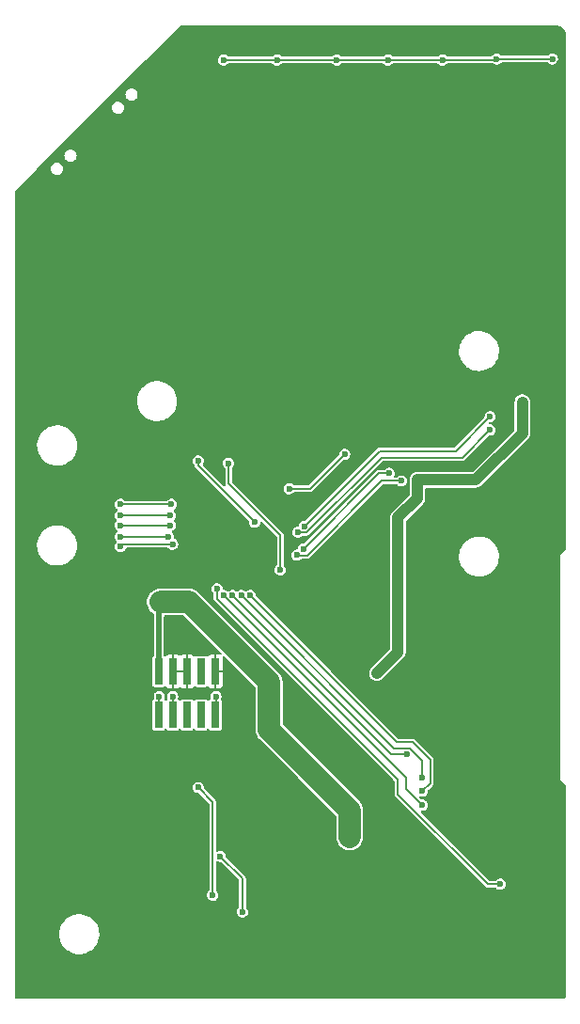
<source format=gbr>
G04 #@! TF.GenerationSoftware,KiCad,Pcbnew,(6.0.1-0)*
G04 #@! TF.CreationDate,2022-08-23T11:47:08-04:00*
G04 #@! TF.ProjectId,mobo,6d6f626f-2e6b-4696-9361-645f70636258,rev?*
G04 #@! TF.SameCoordinates,Original*
G04 #@! TF.FileFunction,Copper,L2,Bot*
G04 #@! TF.FilePolarity,Positive*
%FSLAX46Y46*%
G04 Gerber Fmt 4.6, Leading zero omitted, Abs format (unit mm)*
G04 Created by KiCad (PCBNEW (6.0.1-0)) date 2022-08-23 11:47:08*
%MOMM*%
%LPD*%
G01*
G04 APERTURE LIST*
G04 #@! TA.AperFunction,SMDPad,CuDef*
%ADD10R,0.740000X2.400000*%
G04 #@! TD*
G04 #@! TA.AperFunction,ViaPad*
%ADD11C,0.600000*%
G04 #@! TD*
G04 #@! TA.AperFunction,ViaPad*
%ADD12C,0.800000*%
G04 #@! TD*
G04 #@! TA.AperFunction,Conductor*
%ADD13C,0.200000*%
G04 #@! TD*
G04 #@! TA.AperFunction,Conductor*
%ADD14C,2.000000*%
G04 #@! TD*
G04 #@! TA.AperFunction,Conductor*
%ADD15C,1.000000*%
G04 #@! TD*
G04 #@! TA.AperFunction,Conductor*
%ADD16C,0.500000*%
G04 #@! TD*
G04 APERTURE END LIST*
D10*
X95460000Y-89350000D03*
X95460000Y-93250000D03*
X96730000Y-89350000D03*
X96730000Y-93250000D03*
X98000000Y-89350000D03*
X98000000Y-93250000D03*
X99270000Y-89350000D03*
X99270000Y-93250000D03*
X100540000Y-89350000D03*
X100540000Y-93250000D03*
D11*
X101300000Y-34300000D03*
X106100000Y-34300000D03*
X92000000Y-78100000D03*
X92000000Y-77200000D03*
X92000000Y-76200000D03*
X92000000Y-75300000D03*
X92000000Y-74300000D03*
X108600000Y-68200000D03*
X114200000Y-101800000D03*
X103400000Y-107200000D03*
X108400000Y-74300000D03*
X131400000Y-99600000D03*
X104200000Y-107200000D03*
X117200000Y-94900000D03*
X96200000Y-111200000D03*
X112500000Y-96300000D03*
X128200000Y-69400000D03*
X116300000Y-100500000D03*
X131400000Y-112400000D03*
X108500000Y-70100000D03*
X96200000Y-109600000D03*
X94400000Y-35200000D03*
X125300000Y-68800000D03*
X112200000Y-89900000D03*
X100900000Y-70600000D03*
X126900000Y-99800000D03*
X111100000Y-72400000D03*
X100700000Y-65100000D03*
X88900000Y-40700000D03*
X93400000Y-79900000D03*
X105500000Y-65100000D03*
X94800000Y-105300000D03*
X107200000Y-71400000D03*
X98100000Y-70100000D03*
X96200000Y-108800000D03*
D12*
X103163335Y-76462740D03*
D11*
X92100000Y-79600000D03*
D12*
X102063335Y-77562740D03*
D11*
X94900000Y-106900000D03*
X96200000Y-110400000D03*
X108200000Y-65700000D03*
X114900000Y-101800000D03*
X84100000Y-45500000D03*
X117400000Y-73200000D03*
X126500000Y-100600000D03*
D12*
X103163335Y-77562740D03*
D11*
X96300000Y-78600000D03*
X94800000Y-104500000D03*
X98700000Y-73100000D03*
X110600000Y-69700000D03*
X128700000Y-100600000D03*
X94900000Y-107700000D03*
X128200000Y-112400000D03*
X124400000Y-101800000D03*
X115500000Y-73200000D03*
X121400000Y-68500000D03*
X96200000Y-101500000D03*
X115600000Y-101800000D03*
X89600000Y-40000000D03*
X96200000Y-102300000D03*
X96800000Y-72600000D03*
X131400000Y-113400000D03*
X92300000Y-70200000D03*
X122300000Y-66600000D03*
X120200000Y-70900000D03*
X122300000Y-65600000D03*
X128700000Y-101400000D03*
X128200000Y-98600000D03*
X92300000Y-72300000D03*
X111800000Y-96300000D03*
X116300000Y-73200000D03*
X104995835Y-74537740D03*
X103000000Y-104200000D03*
D12*
X102063335Y-76462740D03*
D11*
X128200000Y-99600000D03*
X96200000Y-103100000D03*
X122300000Y-67400000D03*
X97400000Y-87300000D03*
X116300000Y-99500000D03*
X122800000Y-102400000D03*
X131400000Y-98600000D03*
X128200000Y-113400000D03*
X103412835Y-70900000D03*
X96200000Y-100700000D03*
X107200000Y-72900000D03*
X97600000Y-83100000D03*
X112650000Y-103450000D03*
X116100000Y-34300000D03*
X121000000Y-34300000D03*
X116950000Y-87650000D03*
X115100000Y-89500000D03*
X130900000Y-34200000D03*
X125900000Y-34200000D03*
X96600000Y-83100000D03*
X118749511Y-72100000D03*
X99000000Y-70400980D03*
X111500000Y-34300000D03*
X112650000Y-101900000D03*
X112650000Y-104250000D03*
X118749511Y-73750489D03*
X112650000Y-102650000D03*
X104100000Y-75900000D03*
X95600000Y-83100000D03*
X112200000Y-69800000D03*
X128200000Y-65900000D03*
X118749511Y-72950489D03*
X128200000Y-65100000D03*
X116000000Y-88600000D03*
X106400000Y-80200000D03*
X100600000Y-91600000D03*
X101738556Y-70600000D03*
X96500000Y-76200000D03*
X96500000Y-75300000D03*
X102100000Y-82500000D03*
X117800000Y-96800000D03*
X101300000Y-82500000D03*
X119200000Y-101400000D03*
X126200000Y-108500000D03*
X100700000Y-81900000D03*
X95500000Y-91600000D03*
X96700000Y-91600000D03*
X96700000Y-77900000D03*
X96300000Y-77200000D03*
X99000000Y-99800000D03*
X100300000Y-109500000D03*
X116200000Y-71500000D03*
X108499242Y-78312240D03*
X107900000Y-78861740D03*
X117300000Y-72200000D03*
X96600000Y-74300000D03*
X103700000Y-82500000D03*
X119200000Y-100100000D03*
X101000000Y-106000000D03*
X103000000Y-111000000D03*
X125300000Y-67600000D03*
X108000000Y-76812240D03*
X125300000Y-66400000D03*
X108561347Y-76264982D03*
X102900000Y-82500000D03*
X119200000Y-98900000D03*
D13*
X111500000Y-34300000D02*
X106100000Y-34300000D01*
X111500000Y-34300000D02*
X116100000Y-34300000D01*
X106100000Y-34300000D02*
X101300000Y-34300000D01*
X92000000Y-78100000D02*
X92200000Y-77900000D01*
X92200000Y-77900000D02*
X96700000Y-77900000D01*
X93100000Y-77200000D02*
X92000000Y-77200000D01*
X92900000Y-76200000D02*
X92000000Y-76200000D01*
X92800000Y-75300000D02*
X92000000Y-75300000D01*
X92600000Y-74300000D02*
X92000000Y-74300000D01*
X96600000Y-74300000D02*
X92600000Y-74300000D01*
X96500000Y-75300000D02*
X92800000Y-75300000D01*
X92900000Y-76200000D02*
X96500000Y-76200000D01*
X93100000Y-77200000D02*
X96300000Y-77200000D01*
X125800000Y-34300000D02*
X125900000Y-34200000D01*
X121000000Y-34300000D02*
X125800000Y-34300000D01*
X99000000Y-70800000D02*
X104100000Y-75900000D01*
D14*
X97600000Y-83100000D02*
X96600000Y-83100000D01*
X97600000Y-83100000D02*
X98200000Y-83100000D01*
X96600000Y-83100000D02*
X95600000Y-83100000D01*
D15*
X117000000Y-87600000D02*
X116950000Y-87650000D01*
X117000000Y-75500000D02*
X117000000Y-87600000D01*
D14*
X105400000Y-90300000D02*
X105400000Y-94600000D01*
D15*
X118749511Y-73750489D02*
X118749511Y-72950489D01*
D14*
X98200000Y-83100000D02*
X105400000Y-90300000D01*
X105400000Y-94600000D02*
X112650000Y-101850000D01*
D15*
X128200000Y-67900000D02*
X124000000Y-72100000D01*
D13*
X112200000Y-69800000D02*
X109100000Y-72900000D01*
D15*
X118749511Y-73750489D02*
X117000000Y-75500000D01*
D14*
X112650000Y-104250000D02*
X112650000Y-101900000D01*
D15*
X118749511Y-72950489D02*
X118749511Y-72100000D01*
X128200000Y-65100000D02*
X128200000Y-65900000D01*
D14*
X112650000Y-101850000D02*
X112650000Y-101900000D01*
D16*
X95460000Y-89350000D02*
X95460000Y-83240000D01*
D13*
X125900000Y-34200000D02*
X130900000Y-34200000D01*
D15*
X116950000Y-87650000D02*
X115100000Y-89500000D01*
D13*
X99000000Y-70400980D02*
X99000000Y-70800000D01*
D15*
X124000000Y-72100000D02*
X118749511Y-72100000D01*
D13*
X116100000Y-34300000D02*
X121000000Y-34300000D01*
D15*
X128200000Y-65900000D02*
X128200000Y-67900000D01*
D13*
X109100000Y-72900000D02*
X107200000Y-72900000D01*
D16*
X95460000Y-83240000D02*
X95600000Y-83100000D01*
D13*
X100600000Y-93190000D02*
X100540000Y-93250000D01*
X106400000Y-77100000D02*
X101738556Y-72438556D01*
X101738556Y-72438556D02*
X101738556Y-70600000D01*
X106400000Y-80200000D02*
X106400000Y-77100000D01*
X100600000Y-91600000D02*
X100600000Y-93190000D01*
X117800000Y-96800000D02*
X116400000Y-96800000D01*
X116400000Y-96800000D02*
X102100000Y-82500000D01*
X119200000Y-101400000D02*
X117700000Y-99900000D01*
X117700000Y-99900000D02*
X117700000Y-98900000D01*
X117700000Y-98900000D02*
X101300000Y-82500000D01*
X117000000Y-99100000D02*
X117000000Y-100400000D01*
X100700000Y-82800000D02*
X117000000Y-99100000D01*
X117000000Y-100400000D02*
X125100000Y-108500000D01*
X100700000Y-81900000D02*
X100700000Y-82800000D01*
X125100000Y-108500000D02*
X126200000Y-108500000D01*
X95500000Y-91600000D02*
X95500000Y-93210000D01*
X95500000Y-93210000D02*
X95460000Y-93250000D01*
X96700000Y-91600000D02*
X96700000Y-93220000D01*
X96700000Y-93220000D02*
X96730000Y-93250000D01*
X100300000Y-109500000D02*
X100300000Y-101100000D01*
X100300000Y-101100000D02*
X99000000Y-99800000D01*
X115300000Y-71500000D02*
X116200000Y-71500000D01*
X108499242Y-78300758D02*
X115300000Y-71500000D01*
X108499242Y-78312240D02*
X108499242Y-78300758D01*
X107900000Y-78861740D02*
X107938260Y-78900000D01*
X115500000Y-72200000D02*
X117300000Y-72200000D01*
X107938260Y-78900000D02*
X108800000Y-78900000D01*
X108800000Y-78900000D02*
X115500000Y-72200000D01*
X119900000Y-97300000D02*
X118300000Y-95700000D01*
X119900000Y-99400000D02*
X119900000Y-97300000D01*
X119200000Y-100100000D02*
X119900000Y-99400000D01*
X116900000Y-95700000D02*
X103700000Y-82500000D01*
X118300000Y-95700000D02*
X116900000Y-95700000D01*
X103000000Y-108000000D02*
X103000000Y-111000000D01*
X101000000Y-106000000D02*
X103000000Y-108000000D01*
X108000000Y-76812240D02*
X108002253Y-76814493D01*
X108788963Y-76814493D02*
X115503456Y-70100000D01*
X122800000Y-70100000D02*
X125300000Y-67600000D01*
X115503456Y-70100000D02*
X122800000Y-70100000D01*
X108002253Y-76814493D02*
X108788963Y-76814493D01*
X108561347Y-76264982D02*
X108599831Y-76264982D01*
X115364813Y-69500000D02*
X122200000Y-69500000D01*
X108599831Y-76264982D02*
X115364813Y-69500000D01*
X122200000Y-69500000D02*
X125300000Y-66400000D01*
X119200000Y-98900000D02*
X119200000Y-97422873D01*
X118027616Y-96250489D02*
X116650489Y-96250489D01*
X119200000Y-97422873D02*
X118027616Y-96250489D01*
X116650489Y-96250489D02*
X102900000Y-82500000D01*
G04 #@! TA.AperFunction,Conductor*
G36*
X131288227Y-31202518D02*
G01*
X131299642Y-31205143D01*
X131310516Y-31202682D01*
X131321665Y-31202702D01*
X131321663Y-31203716D01*
X131331524Y-31203105D01*
X131387538Y-31208622D01*
X131446370Y-31214416D01*
X131465400Y-31218202D01*
X131500985Y-31228996D01*
X131596817Y-31258066D01*
X131614745Y-31265492D01*
X131665229Y-31292476D01*
X131735856Y-31330227D01*
X131751991Y-31341008D01*
X131858152Y-31428131D01*
X131871869Y-31441848D01*
X131881454Y-31453527D01*
X131958992Y-31548009D01*
X131969772Y-31564143D01*
X132003923Y-31628033D01*
X132034507Y-31685252D01*
X132041934Y-31703183D01*
X132081798Y-31834598D01*
X132085584Y-31853632D01*
X132096897Y-31968493D01*
X132097374Y-31978371D01*
X132097356Y-31988775D01*
X132094857Y-31999642D01*
X132097318Y-32010516D01*
X132097559Y-32011583D01*
X132100000Y-32033432D01*
X132100000Y-78376149D01*
X132081093Y-78434340D01*
X132071004Y-78446153D01*
X131687222Y-78829935D01*
X131681521Y-78835023D01*
X131672295Y-78839453D01*
X131665333Y-78848159D01*
X131654132Y-78862165D01*
X131646819Y-78870338D01*
X131642636Y-78874521D01*
X131639682Y-78879220D01*
X131639662Y-78879246D01*
X131633195Y-78888345D01*
X131622269Y-78902008D01*
X131615306Y-78910715D01*
X131612969Y-78920882D01*
X131612313Y-78922066D01*
X131611937Y-78923366D01*
X131606386Y-78932197D01*
X131605134Y-78943274D01*
X131603168Y-78960658D01*
X131601277Y-78971721D01*
X131600000Y-78977277D01*
X131600000Y-78983104D01*
X131599373Y-78994226D01*
X131598691Y-79000262D01*
X131596135Y-79022866D01*
X131599555Y-79032660D01*
X131600000Y-79040614D01*
X131600000Y-98959487D01*
X131599567Y-98967118D01*
X131596175Y-98976777D01*
X131597408Y-98987857D01*
X131597408Y-98987859D01*
X131599392Y-99005682D01*
X131600000Y-99016633D01*
X131600000Y-99022546D01*
X131601237Y-99027967D01*
X131601241Y-99028005D01*
X131603098Y-99038991D01*
X131605033Y-99056380D01*
X131605035Y-99056386D01*
X131606268Y-99067464D01*
X131611803Y-99076306D01*
X131612177Y-99077607D01*
X131612829Y-99078790D01*
X131615150Y-99088962D01*
X131622097Y-99097680D01*
X131633004Y-99111368D01*
X131639485Y-99120521D01*
X131642511Y-99125354D01*
X131646637Y-99129480D01*
X131654055Y-99137785D01*
X131672015Y-99160323D01*
X131681357Y-99164829D01*
X131687287Y-99170130D01*
X132071004Y-99553847D01*
X132098781Y-99608364D01*
X132100000Y-99623851D01*
X132100000Y-118701000D01*
X132081093Y-118759191D01*
X132031593Y-118795155D01*
X132001000Y-118800000D01*
X82599000Y-118800000D01*
X82540809Y-118781093D01*
X82504845Y-118731593D01*
X82500000Y-118701000D01*
X82500000Y-112952749D01*
X86495572Y-112952749D01*
X86496199Y-112965795D01*
X86508408Y-113219980D01*
X86560602Y-113482378D01*
X86561842Y-113485833D01*
X86561843Y-113485835D01*
X86609066Y-113617362D01*
X86651008Y-113734179D01*
X86777639Y-113969851D01*
X86937714Y-114184217D01*
X87127716Y-114372569D01*
X87130675Y-114374739D01*
X87130679Y-114374742D01*
X87244145Y-114457938D01*
X87343471Y-114530767D01*
X87580239Y-114655337D01*
X87832819Y-114743542D01*
X87836419Y-114744226D01*
X87836421Y-114744226D01*
X88092054Y-114792759D01*
X88092056Y-114792759D01*
X88095663Y-114793444D01*
X88229329Y-114798696D01*
X88359325Y-114803803D01*
X88359328Y-114803803D01*
X88362995Y-114803947D01*
X88499613Y-114788985D01*
X88625303Y-114775220D01*
X88625306Y-114775219D01*
X88628944Y-114774821D01*
X88887666Y-114706705D01*
X89133478Y-114601096D01*
X89250636Y-114528597D01*
X89357854Y-114462249D01*
X89357859Y-114462245D01*
X89360980Y-114460314D01*
X89565174Y-114287451D01*
X89586998Y-114262566D01*
X89739149Y-114089071D01*
X89739153Y-114089066D01*
X89741575Y-114086304D01*
X89886306Y-113861294D01*
X89945127Y-113730717D01*
X89994681Y-113620710D01*
X89994682Y-113620708D01*
X89996189Y-113617362D01*
X90068810Y-113359868D01*
X90102573Y-113094469D01*
X90105047Y-113000000D01*
X90104863Y-112997527D01*
X90104863Y-112997517D01*
X90085492Y-112736851D01*
X90085491Y-112736845D01*
X90085220Y-112733197D01*
X90026175Y-112472255D01*
X90008674Y-112427250D01*
X89930539Y-112226326D01*
X89930537Y-112226321D01*
X89929209Y-112222907D01*
X89796452Y-111990631D01*
X89630820Y-111780528D01*
X89628147Y-111778014D01*
X89628142Y-111778008D01*
X89438625Y-111599729D01*
X89435953Y-111597215D01*
X89216131Y-111444719D01*
X88976183Y-111326390D01*
X88972686Y-111325271D01*
X88972682Y-111325269D01*
X88724882Y-111245948D01*
X88721380Y-111244827D01*
X88457320Y-111201822D01*
X88453656Y-111201774D01*
X88323562Y-111200071D01*
X88189805Y-111198320D01*
X88186177Y-111198814D01*
X88186173Y-111198814D01*
X88057257Y-111216359D01*
X87924710Y-111234398D01*
X87667859Y-111309263D01*
X87664523Y-111310801D01*
X87664520Y-111310802D01*
X87627178Y-111328017D01*
X87424896Y-111421270D01*
X87201157Y-111567960D01*
X87198425Y-111570399D01*
X87198423Y-111570400D01*
X87004299Y-111743662D01*
X87004295Y-111743666D01*
X87001558Y-111746109D01*
X86999211Y-111748931D01*
X86999209Y-111748933D01*
X86883620Y-111887913D01*
X86830483Y-111951804D01*
X86691691Y-112180526D01*
X86588231Y-112427250D01*
X86587327Y-112430811D01*
X86587326Y-112430813D01*
X86565544Y-112516583D01*
X86522376Y-112686557D01*
X86495572Y-112952749D01*
X82500000Y-112952749D01*
X82500000Y-99793823D01*
X98494391Y-99793823D01*
X98495306Y-99800820D01*
X98495306Y-99800821D01*
X98504445Y-99870707D01*
X98512980Y-99935979D01*
X98515821Y-99942435D01*
X98515821Y-99942436D01*
X98558273Y-100038914D01*
X98570720Y-100067203D01*
X98607433Y-100110878D01*
X98658431Y-100171549D01*
X98658434Y-100171551D01*
X98662970Y-100176948D01*
X98782313Y-100256390D01*
X98843575Y-100275529D01*
X98912425Y-100297039D01*
X98912426Y-100297039D01*
X98919157Y-100299142D01*
X98992526Y-100300487D01*
X99037124Y-100301305D01*
X99094958Y-100321276D01*
X99105313Y-100330284D01*
X99970504Y-101195475D01*
X99998281Y-101249992D01*
X99999500Y-101265479D01*
X99999500Y-109047333D01*
X99980593Y-109105524D01*
X99972061Y-109114737D01*
X99972280Y-109114930D01*
X99882044Y-109217103D01*
X99882042Y-109217105D01*
X99877377Y-109222388D01*
X99816447Y-109352163D01*
X99794391Y-109493823D01*
X99795306Y-109500820D01*
X99795306Y-109500821D01*
X99796814Y-109512354D01*
X99812980Y-109635979D01*
X99815821Y-109642435D01*
X99815821Y-109642436D01*
X99823586Y-109660082D01*
X99870720Y-109767203D01*
X99883792Y-109782754D01*
X99958431Y-109871549D01*
X99958434Y-109871551D01*
X99962970Y-109876948D01*
X99968841Y-109880856D01*
X99968842Y-109880857D01*
X99981143Y-109889045D01*
X100082313Y-109956390D01*
X100182920Y-109987821D01*
X100212425Y-109997039D01*
X100212426Y-109997039D01*
X100219157Y-109999142D01*
X100290828Y-110000456D01*
X100355445Y-110001641D01*
X100355447Y-110001641D01*
X100362499Y-110001770D01*
X100369302Y-109999915D01*
X100369304Y-109999915D01*
X100444503Y-109979413D01*
X100500817Y-109964060D01*
X100622991Y-109889045D01*
X100630403Y-109880857D01*
X100714468Y-109787982D01*
X100719200Y-109782754D01*
X100781710Y-109653733D01*
X100785875Y-109628982D01*
X100804862Y-109516124D01*
X100804862Y-109516120D01*
X100805496Y-109512354D01*
X100805647Y-109500000D01*
X100785323Y-109358082D01*
X100725984Y-109227572D01*
X100679192Y-109173267D01*
X100637007Y-109124309D01*
X100637005Y-109124307D01*
X100632400Y-109118963D01*
X100632512Y-109118866D01*
X100602998Y-109069549D01*
X100600500Y-109047449D01*
X100600500Y-106520192D01*
X100619407Y-106462001D01*
X100668907Y-106426037D01*
X100730093Y-106426037D01*
X100754353Y-106437778D01*
X100782313Y-106456390D01*
X100882920Y-106487821D01*
X100912425Y-106497039D01*
X100912426Y-106497039D01*
X100919157Y-106499142D01*
X100992526Y-106500487D01*
X101037124Y-106501305D01*
X101094958Y-106521276D01*
X101105313Y-106530284D01*
X102670504Y-108095475D01*
X102698281Y-108149992D01*
X102699500Y-108165479D01*
X102699500Y-110547333D01*
X102680593Y-110605524D01*
X102672061Y-110614737D01*
X102672280Y-110614930D01*
X102582044Y-110717103D01*
X102582042Y-110717105D01*
X102577377Y-110722388D01*
X102516447Y-110852163D01*
X102494391Y-110993823D01*
X102495306Y-111000820D01*
X102495306Y-111000821D01*
X102496814Y-111012354D01*
X102512980Y-111135979D01*
X102515821Y-111142435D01*
X102515821Y-111142436D01*
X102561368Y-111245948D01*
X102570720Y-111267203D01*
X102583792Y-111282754D01*
X102658431Y-111371549D01*
X102658434Y-111371551D01*
X102662970Y-111376948D01*
X102668841Y-111380856D01*
X102668842Y-111380857D01*
X102681143Y-111389045D01*
X102782313Y-111456390D01*
X102882920Y-111487821D01*
X102912425Y-111497039D01*
X102912426Y-111497039D01*
X102919157Y-111499142D01*
X102990828Y-111500456D01*
X103055445Y-111501641D01*
X103055447Y-111501641D01*
X103062499Y-111501770D01*
X103069302Y-111499915D01*
X103069304Y-111499915D01*
X103144503Y-111479413D01*
X103200817Y-111464060D01*
X103322991Y-111389045D01*
X103330403Y-111380857D01*
X103414468Y-111287982D01*
X103419200Y-111282754D01*
X103481710Y-111153733D01*
X103485875Y-111128982D01*
X103504862Y-111016124D01*
X103504862Y-111016120D01*
X103505496Y-111012354D01*
X103505647Y-111000000D01*
X103485323Y-110858082D01*
X103425984Y-110727572D01*
X103379192Y-110673268D01*
X103337007Y-110624309D01*
X103337005Y-110624307D01*
X103332400Y-110618963D01*
X103332512Y-110618866D01*
X103302998Y-110569549D01*
X103300500Y-110547449D01*
X103300500Y-108053508D01*
X103300803Y-108049383D01*
X103302425Y-108044658D01*
X103300570Y-107995239D01*
X103300500Y-107991526D01*
X103300500Y-107972052D01*
X103299675Y-107967622D01*
X103299338Y-107962417D01*
X103298569Y-107941925D01*
X103298226Y-107932792D01*
X103294620Y-107924398D01*
X103294619Y-107924395D01*
X103293683Y-107922217D01*
X103287317Y-107901266D01*
X103285209Y-107889947D01*
X103271232Y-107867271D01*
X103264548Y-107854404D01*
X103256795Y-107836358D01*
X103256794Y-107836357D01*
X103254036Y-107829937D01*
X103250022Y-107825051D01*
X103245658Y-107820687D01*
X103231387Y-107802632D01*
X103231264Y-107802433D01*
X103226468Y-107794652D01*
X103203231Y-107776982D01*
X103193161Y-107768190D01*
X101531771Y-106106800D01*
X101503994Y-106052283D01*
X101504148Y-106020366D01*
X101504862Y-106016125D01*
X101504863Y-106016119D01*
X101505496Y-106012354D01*
X101505647Y-106000000D01*
X101485323Y-105858082D01*
X101425984Y-105727572D01*
X101332400Y-105618963D01*
X101212095Y-105540985D01*
X101074739Y-105499907D01*
X100991497Y-105499398D01*
X100938427Y-105499074D01*
X100938426Y-105499074D01*
X100931376Y-105499031D01*
X100924599Y-105500968D01*
X100924598Y-105500968D01*
X100800309Y-105536490D01*
X100800307Y-105536491D01*
X100793529Y-105538428D01*
X100783394Y-105544823D01*
X100752328Y-105564424D01*
X100693025Y-105579485D01*
X100636196Y-105556812D01*
X100603546Y-105505066D01*
X100600500Y-105480697D01*
X100600500Y-101153514D01*
X100600803Y-101149385D01*
X100602426Y-101144658D01*
X100600570Y-101095223D01*
X100600500Y-101091509D01*
X100600500Y-101072052D01*
X100599675Y-101067622D01*
X100599339Y-101062436D01*
X100598569Y-101041925D01*
X100598569Y-101041924D01*
X100598226Y-101032792D01*
X100594620Y-101024398D01*
X100594619Y-101024395D01*
X100593683Y-101022217D01*
X100587317Y-101001266D01*
X100585209Y-100989947D01*
X100571230Y-100967269D01*
X100564550Y-100954409D01*
X100556792Y-100936352D01*
X100556791Y-100936351D01*
X100554036Y-100929938D01*
X100550023Y-100925051D01*
X100545657Y-100920685D01*
X100531385Y-100902629D01*
X100531264Y-100902432D01*
X100531263Y-100902431D01*
X100526468Y-100894652D01*
X100503244Y-100876992D01*
X100493165Y-100868193D01*
X100012954Y-100387982D01*
X99531771Y-99906800D01*
X99503994Y-99852283D01*
X99504148Y-99820366D01*
X99504862Y-99816125D01*
X99504863Y-99816119D01*
X99505496Y-99812354D01*
X99505647Y-99800000D01*
X99485323Y-99658082D01*
X99438394Y-99554867D01*
X99428905Y-99533996D01*
X99428904Y-99533995D01*
X99425984Y-99527572D01*
X99346502Y-99435329D01*
X99337005Y-99424307D01*
X99337004Y-99424306D01*
X99332400Y-99418963D01*
X99212095Y-99340985D01*
X99074739Y-99299907D01*
X98991497Y-99299398D01*
X98938427Y-99299074D01*
X98938426Y-99299074D01*
X98931376Y-99299031D01*
X98924599Y-99300968D01*
X98924598Y-99300968D01*
X98800309Y-99336490D01*
X98800307Y-99336491D01*
X98793529Y-99338428D01*
X98672280Y-99414930D01*
X98667613Y-99420214D01*
X98667611Y-99420216D01*
X98582044Y-99517103D01*
X98582042Y-99517105D01*
X98577377Y-99522388D01*
X98516447Y-99652163D01*
X98494391Y-99793823D01*
X82500000Y-99793823D01*
X82500000Y-94469748D01*
X94889500Y-94469748D01*
X94901133Y-94528231D01*
X94945448Y-94594552D01*
X95011769Y-94638867D01*
X95021332Y-94640769D01*
X95021334Y-94640770D01*
X95044005Y-94645279D01*
X95070252Y-94650500D01*
X95849748Y-94650500D01*
X95875995Y-94645279D01*
X95898666Y-94640770D01*
X95898668Y-94640769D01*
X95908231Y-94638867D01*
X95974552Y-94594552D01*
X96012685Y-94537483D01*
X96060735Y-94499604D01*
X96121873Y-94497202D01*
X96172747Y-94531195D01*
X96177315Y-94537483D01*
X96215448Y-94594552D01*
X96281769Y-94638867D01*
X96291332Y-94640769D01*
X96291334Y-94640770D01*
X96314005Y-94645279D01*
X96340252Y-94650500D01*
X97119748Y-94650500D01*
X97145995Y-94645279D01*
X97168666Y-94640770D01*
X97168668Y-94640769D01*
X97178231Y-94638867D01*
X97244552Y-94594552D01*
X97282685Y-94537483D01*
X97330735Y-94499604D01*
X97391873Y-94497202D01*
X97442747Y-94531195D01*
X97447315Y-94537483D01*
X97485448Y-94594552D01*
X97551769Y-94638867D01*
X97561332Y-94640769D01*
X97561334Y-94640770D01*
X97584005Y-94645279D01*
X97610252Y-94650500D01*
X98389748Y-94650500D01*
X98415995Y-94645279D01*
X98438666Y-94640770D01*
X98438668Y-94640769D01*
X98448231Y-94638867D01*
X98514552Y-94594552D01*
X98552685Y-94537483D01*
X98600735Y-94499604D01*
X98661873Y-94497202D01*
X98712747Y-94531195D01*
X98717315Y-94537483D01*
X98755448Y-94594552D01*
X98821769Y-94638867D01*
X98831332Y-94640769D01*
X98831334Y-94640770D01*
X98854005Y-94645279D01*
X98880252Y-94650500D01*
X99659748Y-94650500D01*
X99685995Y-94645279D01*
X99708666Y-94640770D01*
X99708668Y-94640769D01*
X99718231Y-94638867D01*
X99784552Y-94594552D01*
X99822685Y-94537483D01*
X99870735Y-94499604D01*
X99931873Y-94497202D01*
X99982747Y-94531195D01*
X99987315Y-94537483D01*
X100025448Y-94594552D01*
X100091769Y-94638867D01*
X100101332Y-94640769D01*
X100101334Y-94640770D01*
X100124005Y-94645279D01*
X100150252Y-94650500D01*
X100929748Y-94650500D01*
X100955995Y-94645279D01*
X100978666Y-94640770D01*
X100978668Y-94640769D01*
X100988231Y-94638867D01*
X101054552Y-94594552D01*
X101098867Y-94528231D01*
X101110500Y-94469748D01*
X101110500Y-92030252D01*
X101098867Y-91971769D01*
X101059186Y-91912383D01*
X101042577Y-91853495D01*
X101052407Y-91814216D01*
X101078635Y-91760080D01*
X101078635Y-91760079D01*
X101081710Y-91753733D01*
X101083610Y-91742439D01*
X101104862Y-91616124D01*
X101104862Y-91616120D01*
X101105496Y-91612354D01*
X101105647Y-91600000D01*
X101085323Y-91458082D01*
X101025984Y-91327572D01*
X100932400Y-91218963D01*
X100812095Y-91140985D01*
X100674739Y-91099907D01*
X100591497Y-91099398D01*
X100538427Y-91099074D01*
X100538426Y-91099074D01*
X100531376Y-91099031D01*
X100524599Y-91100968D01*
X100524598Y-91100968D01*
X100400309Y-91136490D01*
X100400307Y-91136491D01*
X100393529Y-91138428D01*
X100272280Y-91214930D01*
X100267613Y-91220214D01*
X100267611Y-91220216D01*
X100182044Y-91317103D01*
X100182042Y-91317105D01*
X100177377Y-91322388D01*
X100116447Y-91452163D01*
X100115362Y-91459132D01*
X100115361Y-91459135D01*
X100100680Y-91553430D01*
X100094391Y-91593823D01*
X100095306Y-91600820D01*
X100095306Y-91600821D01*
X100099035Y-91629336D01*
X100112980Y-91735979D01*
X100116903Y-91744894D01*
X100117262Y-91745711D01*
X100117559Y-91748660D01*
X100117718Y-91749230D01*
X100117619Y-91749258D01*
X100123390Y-91806589D01*
X100092565Y-91859442D01*
X100081647Y-91867896D01*
X100056767Y-91884521D01*
X100025448Y-91905448D01*
X100020029Y-91913558D01*
X99987315Y-91962517D01*
X99939265Y-92000396D01*
X99878127Y-92002798D01*
X99827253Y-91968805D01*
X99822685Y-91962517D01*
X99789971Y-91913558D01*
X99784552Y-91905448D01*
X99718231Y-91861133D01*
X99708668Y-91859231D01*
X99708666Y-91859230D01*
X99679832Y-91853495D01*
X99659748Y-91849500D01*
X98880252Y-91849500D01*
X98860168Y-91853495D01*
X98831334Y-91859230D01*
X98831332Y-91859231D01*
X98821769Y-91861133D01*
X98755448Y-91905448D01*
X98750029Y-91913558D01*
X98717315Y-91962517D01*
X98669265Y-92000396D01*
X98608127Y-92002798D01*
X98557253Y-91968805D01*
X98552685Y-91962517D01*
X98519971Y-91913558D01*
X98514552Y-91905448D01*
X98448231Y-91861133D01*
X98438668Y-91859231D01*
X98438666Y-91859230D01*
X98409832Y-91853495D01*
X98389748Y-91849500D01*
X97610252Y-91849500D01*
X97590168Y-91853495D01*
X97561334Y-91859230D01*
X97561332Y-91859231D01*
X97551769Y-91861133D01*
X97485448Y-91905448D01*
X97480029Y-91913558D01*
X97447315Y-91962517D01*
X97399265Y-92000396D01*
X97338127Y-92002798D01*
X97287253Y-91968805D01*
X97282685Y-91962517D01*
X97249971Y-91913558D01*
X97244552Y-91905448D01*
X97213231Y-91884520D01*
X97175352Y-91836471D01*
X97172950Y-91775332D01*
X97178058Y-91761886D01*
X97178634Y-91760083D01*
X97181710Y-91753733D01*
X97183611Y-91742437D01*
X97204862Y-91616124D01*
X97204862Y-91616120D01*
X97205496Y-91612354D01*
X97205647Y-91600000D01*
X97185323Y-91458082D01*
X97125984Y-91327572D01*
X97032400Y-91218963D01*
X96912095Y-91140985D01*
X96774739Y-91099907D01*
X96691497Y-91099398D01*
X96638427Y-91099074D01*
X96638426Y-91099074D01*
X96631376Y-91099031D01*
X96624599Y-91100968D01*
X96624598Y-91100968D01*
X96500309Y-91136490D01*
X96500307Y-91136491D01*
X96493529Y-91138428D01*
X96372280Y-91214930D01*
X96367613Y-91220214D01*
X96367611Y-91220216D01*
X96282044Y-91317103D01*
X96282042Y-91317105D01*
X96277377Y-91322388D01*
X96216447Y-91452163D01*
X96214438Y-91465066D01*
X96197527Y-91573680D01*
X96186651Y-91595164D01*
X96189508Y-91598076D01*
X96199035Y-91629335D01*
X96212980Y-91735979D01*
X96215821Y-91742435D01*
X96215821Y-91742436D01*
X96239064Y-91795259D01*
X96245194Y-91856136D01*
X96219907Y-91902468D01*
X96215448Y-91905448D01*
X96210029Y-91913558D01*
X96177315Y-91962517D01*
X96129265Y-92000396D01*
X96068127Y-92002798D01*
X96017253Y-91968805D01*
X96012685Y-91962517D01*
X95979971Y-91913558D01*
X95974552Y-91905448D01*
X95975074Y-91905099D01*
X95950998Y-91857845D01*
X95959685Y-91799193D01*
X95978635Y-91760079D01*
X95981710Y-91753733D01*
X95983610Y-91742439D01*
X96003243Y-91625747D01*
X96013701Y-91605701D01*
X96011614Y-91603625D01*
X96001706Y-91572483D01*
X95986323Y-91465067D01*
X95986323Y-91465066D01*
X95985323Y-91458082D01*
X95925984Y-91327572D01*
X95832400Y-91218963D01*
X95712095Y-91140985D01*
X95574739Y-91099907D01*
X95491497Y-91099398D01*
X95438427Y-91099074D01*
X95438426Y-91099074D01*
X95431376Y-91099031D01*
X95424599Y-91100968D01*
X95424598Y-91100968D01*
X95300309Y-91136490D01*
X95300307Y-91136491D01*
X95293529Y-91138428D01*
X95172280Y-91214930D01*
X95167613Y-91220214D01*
X95167611Y-91220216D01*
X95082044Y-91317103D01*
X95082042Y-91317105D01*
X95077377Y-91322388D01*
X95016447Y-91452163D01*
X95015362Y-91459132D01*
X95015361Y-91459135D01*
X95000680Y-91553430D01*
X94994391Y-91593823D01*
X94995306Y-91600820D01*
X94995306Y-91600821D01*
X94999035Y-91629336D01*
X95012980Y-91735979D01*
X95015821Y-91742436D01*
X95015822Y-91742439D01*
X95021805Y-91756036D01*
X95027936Y-91816914D01*
X94997113Y-91869768D01*
X94986201Y-91878217D01*
X94945448Y-91905448D01*
X94901133Y-91971769D01*
X94889500Y-92030252D01*
X94889500Y-94469748D01*
X82500000Y-94469748D01*
X82500000Y-83194594D01*
X94398074Y-83194594D01*
X94398843Y-83199067D01*
X94398843Y-83199072D01*
X94434668Y-83407565D01*
X94434670Y-83407571D01*
X94435438Y-83412043D01*
X94511804Y-83619043D01*
X94624614Y-83808659D01*
X94770090Y-83974543D01*
X94773652Y-83977351D01*
X94939795Y-84108327D01*
X94939798Y-84108329D01*
X94943360Y-84111137D01*
X94947375Y-84113249D01*
X94947382Y-84113254D01*
X94956597Y-84118102D01*
X94999291Y-84161929D01*
X95009500Y-84205715D01*
X95009500Y-87909733D01*
X94990593Y-87967924D01*
X94965502Y-87992048D01*
X94945448Y-88005448D01*
X94901133Y-88071769D01*
X94899231Y-88081332D01*
X94899230Y-88081334D01*
X94895017Y-88102515D01*
X94889500Y-88130252D01*
X94889500Y-90569748D01*
X94890448Y-90574512D01*
X94898067Y-90612815D01*
X94901133Y-90628231D01*
X94945448Y-90694552D01*
X95011769Y-90738867D01*
X95021332Y-90740769D01*
X95021334Y-90740770D01*
X95044005Y-90745279D01*
X95070252Y-90750500D01*
X95849748Y-90750500D01*
X95875995Y-90745279D01*
X95898666Y-90740770D01*
X95898668Y-90740769D01*
X95908231Y-90738867D01*
X95973142Y-90695494D01*
X96032030Y-90678885D01*
X96089434Y-90700062D01*
X96109731Y-90721732D01*
X96114949Y-90729324D01*
X96181108Y-90795367D01*
X96195931Y-90805517D01*
X96282980Y-90844000D01*
X96297185Y-90847873D01*
X96312580Y-90849668D01*
X96318292Y-90850000D01*
X96614320Y-90850000D01*
X96627005Y-90845878D01*
X96630000Y-90841757D01*
X96630000Y-90834320D01*
X96830000Y-90834320D01*
X96834122Y-90847005D01*
X96838243Y-90850000D01*
X97141639Y-90850000D01*
X97147485Y-90849654D01*
X97163353Y-90847766D01*
X97177519Y-90843872D01*
X97264514Y-90805230D01*
X97279321Y-90795054D01*
X97294965Y-90779382D01*
X97349457Y-90751557D01*
X97409897Y-90761075D01*
X97434973Y-90779260D01*
X97451108Y-90795367D01*
X97465931Y-90805517D01*
X97552980Y-90844000D01*
X97567185Y-90847873D01*
X97582580Y-90849668D01*
X97588292Y-90850000D01*
X97884320Y-90850000D01*
X97897005Y-90845878D01*
X97900000Y-90841757D01*
X97900000Y-90834320D01*
X98100000Y-90834320D01*
X98104122Y-90847005D01*
X98108243Y-90850000D01*
X98411639Y-90850000D01*
X98417485Y-90849654D01*
X98433353Y-90847766D01*
X98447519Y-90843872D01*
X98534514Y-90805230D01*
X98549321Y-90795054D01*
X98615363Y-90728896D01*
X98620170Y-90721876D01*
X98668647Y-90684545D01*
X98729809Y-90682837D01*
X98756857Y-90695494D01*
X98821769Y-90738867D01*
X98831332Y-90740769D01*
X98831334Y-90740770D01*
X98854005Y-90745279D01*
X98880252Y-90750500D01*
X99659748Y-90750500D01*
X99685995Y-90745279D01*
X99708666Y-90740770D01*
X99708668Y-90740769D01*
X99718231Y-90738867D01*
X99783142Y-90695494D01*
X99842030Y-90678885D01*
X99899434Y-90700062D01*
X99919731Y-90721732D01*
X99924949Y-90729324D01*
X99991108Y-90795367D01*
X100005931Y-90805517D01*
X100092980Y-90844000D01*
X100107185Y-90847873D01*
X100122580Y-90849668D01*
X100128292Y-90850000D01*
X100424320Y-90850000D01*
X100437005Y-90845878D01*
X100440000Y-90841757D01*
X100440000Y-90834320D01*
X100640000Y-90834320D01*
X100644122Y-90847005D01*
X100648243Y-90850000D01*
X100951639Y-90850000D01*
X100957485Y-90849654D01*
X100973353Y-90847766D01*
X100987519Y-90843872D01*
X101074514Y-90805230D01*
X101089321Y-90795054D01*
X101155367Y-90728892D01*
X101165517Y-90714069D01*
X101204000Y-90627020D01*
X101207873Y-90612815D01*
X101209668Y-90597420D01*
X101210000Y-90591708D01*
X101210000Y-89465680D01*
X101205878Y-89452995D01*
X101201757Y-89450000D01*
X100655680Y-89450000D01*
X100642995Y-89454122D01*
X100640000Y-89458243D01*
X100640000Y-90834320D01*
X100440000Y-90834320D01*
X100440000Y-87865680D01*
X100435878Y-87852995D01*
X100431757Y-87850000D01*
X100128361Y-87850000D01*
X100122515Y-87850346D01*
X100106647Y-87852234D01*
X100092481Y-87856128D01*
X100005486Y-87894770D01*
X99990679Y-87904946D01*
X99924637Y-87971104D01*
X99919830Y-87978124D01*
X99871353Y-88015455D01*
X99810191Y-88017163D01*
X99783142Y-88004506D01*
X99776306Y-87999938D01*
X99718231Y-87961133D01*
X99708668Y-87959231D01*
X99708666Y-87959230D01*
X99685995Y-87954721D01*
X99659748Y-87949500D01*
X98880252Y-87949500D01*
X98854005Y-87954721D01*
X98831334Y-87959230D01*
X98831332Y-87959231D01*
X98821769Y-87961133D01*
X98763694Y-87999938D01*
X98756858Y-88004506D01*
X98697970Y-88021115D01*
X98640566Y-87999938D01*
X98620269Y-87978268D01*
X98615051Y-87970676D01*
X98548892Y-87904633D01*
X98534069Y-87894483D01*
X98447020Y-87856000D01*
X98432815Y-87852127D01*
X98417420Y-87850332D01*
X98411708Y-87850000D01*
X98115680Y-87850000D01*
X98102995Y-87854122D01*
X98100000Y-87858243D01*
X98100000Y-90834320D01*
X97900000Y-90834320D01*
X97900000Y-89465680D01*
X97895878Y-89452995D01*
X97891757Y-89450000D01*
X96845680Y-89450000D01*
X96832995Y-89454122D01*
X96830000Y-89458243D01*
X96830000Y-90834320D01*
X96630000Y-90834320D01*
X96630000Y-89234320D01*
X96830000Y-89234320D01*
X96834122Y-89247005D01*
X96838243Y-89250000D01*
X97884320Y-89250000D01*
X97897005Y-89245878D01*
X97900000Y-89241757D01*
X97900000Y-87865680D01*
X97895878Y-87852995D01*
X97891757Y-87850000D01*
X97588361Y-87850000D01*
X97582515Y-87850346D01*
X97566647Y-87852234D01*
X97552481Y-87856128D01*
X97465486Y-87894770D01*
X97450679Y-87904946D01*
X97435035Y-87920618D01*
X97380543Y-87948443D01*
X97320103Y-87938925D01*
X97295027Y-87920740D01*
X97278892Y-87904633D01*
X97264069Y-87894483D01*
X97177020Y-87856000D01*
X97162815Y-87852127D01*
X97147420Y-87850332D01*
X97141708Y-87850000D01*
X96845680Y-87850000D01*
X96832995Y-87854122D01*
X96830000Y-87858243D01*
X96830000Y-89234320D01*
X96630000Y-89234320D01*
X96630000Y-87865680D01*
X96625878Y-87852995D01*
X96621757Y-87850000D01*
X96318361Y-87850000D01*
X96312515Y-87850346D01*
X96296647Y-87852234D01*
X96282481Y-87856128D01*
X96195486Y-87894770D01*
X96180679Y-87904946D01*
X96114637Y-87971104D01*
X96109830Y-87978124D01*
X96061353Y-88015455D01*
X96000191Y-88017163D01*
X95973145Y-88004508D01*
X95954496Y-87992047D01*
X95916618Y-87943997D01*
X95910500Y-87909733D01*
X95910500Y-84399500D01*
X95929407Y-84341309D01*
X95978907Y-84305345D01*
X96009500Y-84300500D01*
X97661728Y-84300500D01*
X97719919Y-84319407D01*
X97731732Y-84329496D01*
X101098186Y-87695950D01*
X101125963Y-87750467D01*
X101116392Y-87810899D01*
X101073127Y-87854164D01*
X101012695Y-87863735D01*
X100988153Y-87856501D01*
X100987018Y-87855999D01*
X100972815Y-87852127D01*
X100957420Y-87850332D01*
X100951708Y-87850000D01*
X100655680Y-87850000D01*
X100642995Y-87854122D01*
X100640000Y-87858243D01*
X100640000Y-89234320D01*
X100644122Y-89247005D01*
X100648243Y-89250000D01*
X101194320Y-89250000D01*
X101207005Y-89245878D01*
X101210000Y-89241757D01*
X101210000Y-88108361D01*
X101209654Y-88102515D01*
X101207766Y-88086647D01*
X101203872Y-88072481D01*
X101203733Y-88072168D01*
X101203701Y-88071858D01*
X101201904Y-88065321D01*
X101202988Y-88065023D01*
X101197392Y-88011313D01*
X101228032Y-87958352D01*
X101283949Y-87933515D01*
X101343786Y-87946290D01*
X101364214Y-87961978D01*
X104170504Y-90768268D01*
X104198281Y-90822785D01*
X104199500Y-90838272D01*
X104199500Y-94556153D01*
X104199288Y-94562627D01*
X104194770Y-94631560D01*
X104195303Y-94636063D01*
X104195303Y-94636065D01*
X104205736Y-94724212D01*
X104206007Y-94726789D01*
X104214546Y-94819711D01*
X104215777Y-94824077D01*
X104215778Y-94824080D01*
X104216727Y-94827443D01*
X104219760Y-94842691D01*
X104220169Y-94846152D01*
X104220171Y-94846160D01*
X104220704Y-94850667D01*
X104248384Y-94939812D01*
X104249094Y-94942211D01*
X104274435Y-95032064D01*
X104276441Y-95036131D01*
X104277991Y-95039275D01*
X104283746Y-95053702D01*
X104284781Y-95057036D01*
X104284787Y-95057051D01*
X104286131Y-95061379D01*
X104288242Y-95065390D01*
X104288243Y-95065394D01*
X104329567Y-95143938D01*
X104330743Y-95146247D01*
X104370012Y-95225876D01*
X104372020Y-95229947D01*
X104374734Y-95233582D01*
X104374738Y-95233588D01*
X104376833Y-95236394D01*
X104385116Y-95249520D01*
X104388863Y-95256641D01*
X104391673Y-95260206D01*
X104391674Y-95260207D01*
X104446645Y-95329937D01*
X104448197Y-95331961D01*
X104504033Y-95406733D01*
X104507366Y-95409814D01*
X104567874Y-95465747D01*
X104570677Y-95468441D01*
X108003058Y-98900821D01*
X111420504Y-102318267D01*
X111448281Y-102372784D01*
X111449500Y-102388271D01*
X111449500Y-104305970D01*
X111464546Y-104469711D01*
X111524435Y-104682064D01*
X111526443Y-104686136D01*
X111526445Y-104686141D01*
X111536757Y-104707051D01*
X111622020Y-104879947D01*
X111754033Y-105056733D01*
X111916051Y-105206501D01*
X112102650Y-105324236D01*
X112307579Y-105405994D01*
X112523976Y-105449038D01*
X112632653Y-105450461D01*
X112740054Y-105451867D01*
X112740059Y-105451867D01*
X112744594Y-105451926D01*
X112749067Y-105451157D01*
X112749072Y-105451157D01*
X112957565Y-105415332D01*
X112957571Y-105415330D01*
X112962043Y-105414562D01*
X113065543Y-105376379D01*
X113164780Y-105339769D01*
X113164783Y-105339768D01*
X113169043Y-105338196D01*
X113189681Y-105325918D01*
X113237910Y-105297224D01*
X113358659Y-105225386D01*
X113362074Y-105222391D01*
X113362077Y-105222389D01*
X113521131Y-105082902D01*
X113524543Y-105079910D01*
X113661137Y-104906640D01*
X113763869Y-104711380D01*
X113829297Y-104500667D01*
X113850500Y-104321524D01*
X113850500Y-101893843D01*
X113850712Y-101887368D01*
X113852240Y-101864060D01*
X113855230Y-101818439D01*
X113844261Y-101725771D01*
X113843991Y-101723200D01*
X113835869Y-101634805D01*
X113835869Y-101634804D01*
X113835454Y-101630289D01*
X113833273Y-101622555D01*
X113830240Y-101607309D01*
X113829831Y-101603848D01*
X113829829Y-101603840D01*
X113829296Y-101599333D01*
X113801615Y-101510184D01*
X113800895Y-101507752D01*
X113800106Y-101504951D01*
X113775565Y-101417936D01*
X113772011Y-101410729D01*
X113766253Y-101396297D01*
X113763869Y-101388620D01*
X113720402Y-101306003D01*
X113719276Y-101303794D01*
X113677980Y-101220053D01*
X113675266Y-101216419D01*
X113675260Y-101216409D01*
X113673170Y-101213611D01*
X113664880Y-101200474D01*
X113661137Y-101193359D01*
X113658331Y-101189799D01*
X113658328Y-101189795D01*
X113609275Y-101127572D01*
X113603337Y-101120040D01*
X113601803Y-101118039D01*
X113545967Y-101043267D01*
X113482125Y-100984252D01*
X113479323Y-100981559D01*
X110070630Y-97572866D01*
X106629496Y-94131733D01*
X106601719Y-94077216D01*
X106600500Y-94061729D01*
X106600500Y-90343859D01*
X106600712Y-90337384D01*
X106604934Y-90272967D01*
X106605231Y-90268440D01*
X106597563Y-90203653D01*
X106594260Y-90175746D01*
X106593989Y-90173169D01*
X106585869Y-90084807D01*
X106585454Y-90080289D01*
X106583273Y-90072556D01*
X106580242Y-90057316D01*
X106579831Y-90053840D01*
X106579830Y-90053834D01*
X106579297Y-90049333D01*
X106551612Y-89960171D01*
X106550894Y-89957746D01*
X106526799Y-89872310D01*
X106526798Y-89872306D01*
X106525565Y-89867936D01*
X106522009Y-89860725D01*
X106516254Y-89846298D01*
X106515219Y-89842964D01*
X106515213Y-89842949D01*
X106513869Y-89838621D01*
X106470410Y-89756020D01*
X106469284Y-89753809D01*
X106427980Y-89670053D01*
X106423168Y-89663609D01*
X106414874Y-89650463D01*
X106413254Y-89647383D01*
X106413251Y-89647379D01*
X106411137Y-89643360D01*
X106353336Y-89570040D01*
X106351832Y-89568079D01*
X106295967Y-89493267D01*
X106232111Y-89434239D01*
X106229309Y-89431546D01*
X99079881Y-82282118D01*
X99075453Y-82277389D01*
X99032904Y-82228871D01*
X99029910Y-82225457D01*
X98956562Y-82167634D01*
X98954651Y-82166087D01*
X98882883Y-82106398D01*
X98875863Y-82102467D01*
X98862955Y-82093841D01*
X98856640Y-82088863D01*
X98852623Y-82086750D01*
X98852616Y-82086745D01*
X98774064Y-82045416D01*
X98771787Y-82044180D01*
X98694345Y-82000810D01*
X98694336Y-82000806D01*
X98690379Y-81998590D01*
X98682765Y-81996006D01*
X98668493Y-81989874D01*
X98661380Y-81986131D01*
X98657046Y-81984785D01*
X98657043Y-81984784D01*
X98609337Y-81969971D01*
X98572238Y-81958452D01*
X98569809Y-81957662D01*
X98481452Y-81927669D01*
X98476223Y-81926911D01*
X98473496Y-81926515D01*
X98458347Y-81923088D01*
X98456632Y-81922555D01*
X98455003Y-81922049D01*
X98455001Y-81922049D01*
X98450667Y-81920703D01*
X98446162Y-81920170D01*
X98446158Y-81920169D01*
X98357983Y-81909733D01*
X98355413Y-81909394D01*
X98306004Y-81902230D01*
X98263098Y-81896009D01*
X98258566Y-81896187D01*
X98258565Y-81896187D01*
X98176179Y-81899424D01*
X98172292Y-81899500D01*
X95544030Y-81899500D01*
X95380289Y-81914546D01*
X95375917Y-81915779D01*
X95225938Y-81958077D01*
X95167936Y-81974435D01*
X95163864Y-81976443D01*
X95163859Y-81976445D01*
X94999753Y-82057373D01*
X94970053Y-82072020D01*
X94793267Y-82204033D01*
X94790186Y-82207366D01*
X94655976Y-82352554D01*
X94643499Y-82366051D01*
X94641081Y-82369884D01*
X94641079Y-82369886D01*
X94546134Y-82520366D01*
X94525764Y-82552650D01*
X94444006Y-82757579D01*
X94400962Y-82973976D01*
X94398074Y-83194594D01*
X82500000Y-83194594D01*
X82500000Y-81893823D01*
X100194391Y-81893823D01*
X100195306Y-81900820D01*
X100195306Y-81900821D01*
X100208154Y-81999074D01*
X100212980Y-82035979D01*
X100215821Y-82042435D01*
X100215821Y-82042436D01*
X100247806Y-82115126D01*
X100270720Y-82167203D01*
X100362970Y-82276948D01*
X100366999Y-82279630D01*
X100397265Y-82331636D01*
X100399500Y-82352554D01*
X100399500Y-82746492D01*
X100399197Y-82750617D01*
X100397575Y-82755342D01*
X100397918Y-82764476D01*
X100399430Y-82804761D01*
X100399500Y-82808474D01*
X100399500Y-82827948D01*
X100400325Y-82832378D01*
X100400661Y-82837571D01*
X100401774Y-82867208D01*
X100405380Y-82875602D01*
X100405381Y-82875605D01*
X100406317Y-82877783D01*
X100412683Y-82898734D01*
X100414791Y-82910053D01*
X100419588Y-82917835D01*
X100428768Y-82932728D01*
X100435451Y-82945595D01*
X100445964Y-82970063D01*
X100449978Y-82974949D01*
X100454342Y-82979313D01*
X100468613Y-82997368D01*
X100473532Y-83005348D01*
X100496769Y-83023018D01*
X100506839Y-83031810D01*
X116670504Y-99195475D01*
X116698281Y-99249992D01*
X116699500Y-99265479D01*
X116699500Y-100346492D01*
X116699197Y-100350617D01*
X116697575Y-100355342D01*
X116697918Y-100364476D01*
X116699430Y-100404761D01*
X116699500Y-100408474D01*
X116699500Y-100427948D01*
X116700325Y-100432378D01*
X116700661Y-100437571D01*
X116701774Y-100467208D01*
X116705380Y-100475602D01*
X116705381Y-100475605D01*
X116706317Y-100477783D01*
X116712683Y-100498734D01*
X116714791Y-100510053D01*
X116719588Y-100517835D01*
X116728768Y-100532728D01*
X116735451Y-100545595D01*
X116745964Y-100570063D01*
X116749978Y-100574949D01*
X116754342Y-100579313D01*
X116768613Y-100597368D01*
X116773532Y-100605348D01*
X116796769Y-100623018D01*
X116806839Y-100631810D01*
X124849680Y-108674651D01*
X124852380Y-108677780D01*
X124854575Y-108682269D01*
X124861278Y-108688487D01*
X124890822Y-108715893D01*
X124893498Y-108718469D01*
X124907277Y-108732248D01*
X124910987Y-108734793D01*
X124914900Y-108738229D01*
X124936646Y-108758401D01*
X124945132Y-108761787D01*
X124945134Y-108761788D01*
X124947337Y-108762667D01*
X124966648Y-108772978D01*
X124968607Y-108774322D01*
X124968610Y-108774323D01*
X124976146Y-108779493D01*
X124985038Y-108781603D01*
X124985040Y-108781604D01*
X125002066Y-108785644D01*
X125015885Y-108790014D01*
X125040622Y-108799883D01*
X125046915Y-108800500D01*
X125053085Y-108800500D01*
X125075941Y-108803175D01*
X125085066Y-108805340D01*
X125113988Y-108801404D01*
X125127337Y-108800500D01*
X125752597Y-108800500D01*
X125810788Y-108819407D01*
X125828380Y-108835798D01*
X125858431Y-108871549D01*
X125858434Y-108871551D01*
X125862970Y-108876948D01*
X125868841Y-108880856D01*
X125868842Y-108880857D01*
X125881143Y-108889045D01*
X125982313Y-108956390D01*
X126082920Y-108987821D01*
X126112425Y-108997039D01*
X126112426Y-108997039D01*
X126119157Y-108999142D01*
X126190828Y-109000456D01*
X126255445Y-109001641D01*
X126255447Y-109001641D01*
X126262499Y-109001770D01*
X126269302Y-108999915D01*
X126269304Y-108999915D01*
X126344503Y-108979413D01*
X126400817Y-108964060D01*
X126522991Y-108889045D01*
X126530403Y-108880857D01*
X126614468Y-108787982D01*
X126619200Y-108782754D01*
X126681710Y-108653733D01*
X126705496Y-108512354D01*
X126705647Y-108500000D01*
X126685323Y-108358082D01*
X126625984Y-108227572D01*
X126565582Y-108157472D01*
X126537005Y-108124307D01*
X126537004Y-108124306D01*
X126532400Y-108118963D01*
X126412095Y-108040985D01*
X126274739Y-107999907D01*
X126191497Y-107999398D01*
X126138427Y-107999074D01*
X126138426Y-107999074D01*
X126131376Y-107999031D01*
X126124599Y-108000968D01*
X126124598Y-108000968D01*
X126000309Y-108036490D01*
X126000307Y-108036491D01*
X125993529Y-108038428D01*
X125872280Y-108114930D01*
X125867613Y-108120214D01*
X125867611Y-108120216D01*
X125827147Y-108166034D01*
X125774455Y-108197134D01*
X125752943Y-108199500D01*
X125265479Y-108199500D01*
X125207288Y-108180593D01*
X125195475Y-108170504D01*
X119093955Y-102068984D01*
X119066178Y-102014467D01*
X119075749Y-101954035D01*
X119119014Y-101910770D01*
X119165773Y-101899997D01*
X119255445Y-101901641D01*
X119255447Y-101901641D01*
X119262499Y-101901770D01*
X119269302Y-101899915D01*
X119269304Y-101899915D01*
X119344503Y-101879413D01*
X119400817Y-101864060D01*
X119522991Y-101789045D01*
X119582591Y-101723200D01*
X119614468Y-101687982D01*
X119619200Y-101682754D01*
X119681710Y-101553733D01*
X119685321Y-101532273D01*
X119704862Y-101416124D01*
X119704862Y-101416120D01*
X119705496Y-101412354D01*
X119705647Y-101400000D01*
X119685323Y-101258082D01*
X119657720Y-101197372D01*
X119628905Y-101133996D01*
X119628904Y-101133995D01*
X119625984Y-101127572D01*
X119553342Y-101043267D01*
X119537005Y-101024307D01*
X119537004Y-101024306D01*
X119532400Y-101018963D01*
X119412095Y-100940985D01*
X119274739Y-100899907D01*
X119203032Y-100899469D01*
X119164610Y-100899234D01*
X119106536Y-100879972D01*
X119095211Y-100870240D01*
X118974520Y-100749549D01*
X118946743Y-100695032D01*
X118956314Y-100634600D01*
X118999579Y-100591335D01*
X119060011Y-100581764D01*
X119074045Y-100585049D01*
X119112422Y-100597038D01*
X119119157Y-100599142D01*
X119190828Y-100600456D01*
X119255445Y-100601641D01*
X119255447Y-100601641D01*
X119262499Y-100601770D01*
X119269302Y-100599915D01*
X119269304Y-100599915D01*
X119378798Y-100570063D01*
X119400817Y-100564060D01*
X119522991Y-100489045D01*
X119551024Y-100458075D01*
X119614468Y-100387982D01*
X119619200Y-100382754D01*
X119681710Y-100253733D01*
X119684943Y-100234521D01*
X119704862Y-100116124D01*
X119704862Y-100116120D01*
X119705496Y-100112354D01*
X119705647Y-100100000D01*
X119702561Y-100078452D01*
X119713028Y-100018170D01*
X119730557Y-99994414D01*
X120074651Y-99650320D01*
X120077780Y-99647620D01*
X120082269Y-99645425D01*
X120115893Y-99609178D01*
X120118469Y-99606502D01*
X120132247Y-99592724D01*
X120134792Y-99589013D01*
X120138220Y-99585108D01*
X120158401Y-99563354D01*
X120162666Y-99552664D01*
X120172980Y-99533348D01*
X120174321Y-99531393D01*
X120174322Y-99531390D01*
X120179492Y-99523854D01*
X120185641Y-99497941D01*
X120190014Y-99484116D01*
X120197294Y-99465868D01*
X120197294Y-99465866D01*
X120199883Y-99459378D01*
X120200500Y-99453085D01*
X120200500Y-99446916D01*
X120203175Y-99424057D01*
X120203230Y-99423827D01*
X120203230Y-99423825D01*
X120205340Y-99414934D01*
X120201404Y-99386012D01*
X120200500Y-99372663D01*
X120200500Y-97353513D01*
X120200803Y-97349384D01*
X120202426Y-97344658D01*
X120200570Y-97295223D01*
X120200500Y-97291509D01*
X120200500Y-97272052D01*
X120199675Y-97267622D01*
X120199339Y-97262436D01*
X120198569Y-97241925D01*
X120198569Y-97241924D01*
X120198226Y-97232792D01*
X120194620Y-97224398D01*
X120194619Y-97224395D01*
X120193683Y-97222217D01*
X120187317Y-97201266D01*
X120185209Y-97189947D01*
X120171232Y-97167271D01*
X120164548Y-97154404D01*
X120156793Y-97136353D01*
X120156792Y-97136351D01*
X120154036Y-97129937D01*
X120150023Y-97125051D01*
X120145657Y-97120685D01*
X120131385Y-97102629D01*
X120131264Y-97102432D01*
X120131263Y-97102431D01*
X120126468Y-97094652D01*
X120117697Y-97087982D01*
X120103245Y-97076993D01*
X120093165Y-97068193D01*
X118550320Y-95525349D01*
X118547620Y-95522220D01*
X118545425Y-95517731D01*
X118509178Y-95484107D01*
X118506502Y-95481531D01*
X118492723Y-95467752D01*
X118489013Y-95465207D01*
X118485100Y-95461771D01*
X118470055Y-95447815D01*
X118463354Y-95441599D01*
X118452664Y-95437334D01*
X118433348Y-95427020D01*
X118431393Y-95425679D01*
X118431390Y-95425678D01*
X118423854Y-95420508D01*
X118397941Y-95414359D01*
X118384116Y-95409986D01*
X118365868Y-95402706D01*
X118365866Y-95402706D01*
X118359378Y-95400117D01*
X118353085Y-95399500D01*
X118346916Y-95399500D01*
X118324057Y-95396825D01*
X118323827Y-95396770D01*
X118323825Y-95396770D01*
X118314934Y-95394660D01*
X118286013Y-95398596D01*
X118272663Y-95399500D01*
X117065479Y-95399500D01*
X117007288Y-95380593D01*
X116995475Y-95370504D01*
X111080663Y-89455692D01*
X114395748Y-89455692D01*
X114405507Y-89624959D01*
X114455361Y-89787011D01*
X114458422Y-89792126D01*
X114458424Y-89792130D01*
X114503793Y-89867936D01*
X114542431Y-89932495D01*
X114546629Y-89936738D01*
X114546632Y-89936741D01*
X114601678Y-89992366D01*
X114661690Y-90053010D01*
X114806254Y-90141598D01*
X114967775Y-90193146D01*
X115136930Y-90204678D01*
X115142802Y-90203653D01*
X115142805Y-90203653D01*
X115215836Y-90190906D01*
X115303954Y-90175527D01*
X115459202Y-90107379D01*
X115562678Y-90027978D01*
X117475392Y-88115265D01*
X117475750Y-88114907D01*
X117480648Y-88110332D01*
X117524396Y-88072169D01*
X117561103Y-88019939D01*
X117564188Y-88015786D01*
X117567696Y-88011313D01*
X117582801Y-87992048D01*
X117599900Y-87970242D01*
X117599902Y-87970239D01*
X117603584Y-87965543D01*
X117607367Y-87957165D01*
X117616604Y-87940969D01*
X117618456Y-87938334D01*
X117621887Y-87933453D01*
X117626892Y-87920618D01*
X117645078Y-87873973D01*
X117647086Y-87869197D01*
X117670899Y-87816455D01*
X117673355Y-87811016D01*
X117675031Y-87801974D01*
X117680134Y-87784058D01*
X117683476Y-87775487D01*
X117691810Y-87712181D01*
X117692619Y-87707070D01*
X117703164Y-87650180D01*
X117703164Y-87650177D01*
X117704252Y-87644308D01*
X117700664Y-87582075D01*
X117700500Y-87576378D01*
X117700500Y-78952749D01*
X122495572Y-78952749D01*
X122496199Y-78965795D01*
X122508408Y-79219980D01*
X122560602Y-79482378D01*
X122561842Y-79485833D01*
X122561843Y-79485835D01*
X122646295Y-79721053D01*
X122651008Y-79734179D01*
X122652746Y-79737414D01*
X122652748Y-79737418D01*
X122700801Y-79826848D01*
X122777639Y-79969851D01*
X122937714Y-80184217D01*
X123127716Y-80372569D01*
X123130675Y-80374739D01*
X123130679Y-80374742D01*
X123244145Y-80457938D01*
X123343471Y-80530767D01*
X123580239Y-80655337D01*
X123583710Y-80656549D01*
X123583712Y-80656550D01*
X123670555Y-80686877D01*
X123832819Y-80743542D01*
X123836419Y-80744226D01*
X123836421Y-80744226D01*
X124092054Y-80792759D01*
X124092056Y-80792759D01*
X124095663Y-80793444D01*
X124229329Y-80798695D01*
X124359325Y-80803803D01*
X124359328Y-80803803D01*
X124362995Y-80803947D01*
X124499613Y-80788985D01*
X124625303Y-80775220D01*
X124625306Y-80775219D01*
X124628944Y-80774821D01*
X124887666Y-80706705D01*
X125133478Y-80601096D01*
X125250636Y-80528597D01*
X125357854Y-80462249D01*
X125357859Y-80462245D01*
X125360980Y-80460314D01*
X125565174Y-80287451D01*
X125627726Y-80216124D01*
X125739149Y-80089071D01*
X125739153Y-80089066D01*
X125741575Y-80086304D01*
X125886306Y-79861294D01*
X125902967Y-79824309D01*
X125994681Y-79620710D01*
X125994682Y-79620708D01*
X125996189Y-79617362D01*
X126000367Y-79602548D01*
X126067813Y-79363404D01*
X126067814Y-79363401D01*
X126068810Y-79359868D01*
X126102573Y-79094469D01*
X126103256Y-79068390D01*
X126104982Y-79002492D01*
X126104982Y-79002487D01*
X126105047Y-79000000D01*
X126104863Y-78997527D01*
X126104863Y-78997517D01*
X126085492Y-78736851D01*
X126085491Y-78736845D01*
X126085220Y-78733197D01*
X126026175Y-78472255D01*
X126024845Y-78468834D01*
X125930539Y-78226326D01*
X125930537Y-78226321D01*
X125929209Y-78222907D01*
X125925442Y-78216315D01*
X125798274Y-77993819D01*
X125796452Y-77990631D01*
X125630820Y-77780528D01*
X125628147Y-77778014D01*
X125628142Y-77778008D01*
X125505540Y-77662676D01*
X125435953Y-77597215D01*
X125216131Y-77444719D01*
X124976183Y-77326390D01*
X124972686Y-77325271D01*
X124972682Y-77325269D01*
X124724882Y-77245948D01*
X124721380Y-77244827D01*
X124498527Y-77208533D01*
X124460937Y-77202411D01*
X124460936Y-77202411D01*
X124457320Y-77201822D01*
X124453656Y-77201774D01*
X124318139Y-77200000D01*
X124189805Y-77198320D01*
X124186177Y-77198814D01*
X124186173Y-77198814D01*
X124058984Y-77216124D01*
X123924710Y-77234398D01*
X123667859Y-77309263D01*
X123664523Y-77310801D01*
X123664520Y-77310802D01*
X123627178Y-77328017D01*
X123424896Y-77421270D01*
X123201157Y-77567960D01*
X123198425Y-77570399D01*
X123198423Y-77570400D01*
X123004299Y-77743662D01*
X123004295Y-77743666D01*
X123001558Y-77746109D01*
X122999211Y-77748931D01*
X122999209Y-77748933D01*
X122916209Y-77848730D01*
X122830483Y-77951804D01*
X122828579Y-77954941D01*
X122828578Y-77954943D01*
X122826034Y-77959135D01*
X122691691Y-78180526D01*
X122588231Y-78427250D01*
X122587327Y-78430811D01*
X122587326Y-78430813D01*
X122527713Y-78665544D01*
X122522376Y-78686557D01*
X122495572Y-78952749D01*
X117700500Y-78952749D01*
X117700500Y-75831164D01*
X117719407Y-75772973D01*
X117729496Y-75761160D01*
X118466749Y-75023908D01*
X119225245Y-74265412D01*
X119230169Y-74260813D01*
X119269410Y-74226581D01*
X119273907Y-74222658D01*
X119310611Y-74170433D01*
X119313701Y-74166273D01*
X119349409Y-74120732D01*
X119349410Y-74120731D01*
X119353094Y-74116032D01*
X119356880Y-74107647D01*
X119366107Y-74091471D01*
X119371398Y-74083942D01*
X119394602Y-74024427D01*
X119396582Y-74019716D01*
X119422866Y-73961505D01*
X119424542Y-73952463D01*
X119429645Y-73934547D01*
X119432987Y-73925976D01*
X119441321Y-73862670D01*
X119442130Y-73857559D01*
X119452675Y-73800669D01*
X119452675Y-73800666D01*
X119453763Y-73794797D01*
X119450175Y-73732564D01*
X119450011Y-73726867D01*
X119450011Y-72899500D01*
X119468918Y-72841309D01*
X119518418Y-72805345D01*
X119549011Y-72800500D01*
X123972271Y-72800500D01*
X123979005Y-72800729D01*
X124036930Y-72804678D01*
X124042801Y-72803653D01*
X124042806Y-72803653D01*
X124099820Y-72793702D01*
X124104947Y-72792945D01*
X124162396Y-72785993D01*
X124162397Y-72785993D01*
X124168320Y-72785276D01*
X124176932Y-72782022D01*
X124194895Y-72777108D01*
X124203954Y-72775527D01*
X124257180Y-72752163D01*
X124262404Y-72749870D01*
X124267202Y-72747912D01*
X124321339Y-72727455D01*
X124326923Y-72725345D01*
X124331838Y-72721967D01*
X124331846Y-72721963D01*
X124334505Y-72720135D01*
X124350778Y-72711077D01*
X124353739Y-72709777D01*
X124359202Y-72707379D01*
X124363934Y-72703748D01*
X124363939Y-72703745D01*
X124409854Y-72668513D01*
X124414046Y-72665467D01*
X124461732Y-72632693D01*
X124461733Y-72632692D01*
X124466651Y-72629312D01*
X124470618Y-72624859D01*
X124470622Y-72624856D01*
X124508115Y-72582774D01*
X124512028Y-72578628D01*
X128675735Y-68414922D01*
X128680659Y-68410323D01*
X128719899Y-68376092D01*
X128724396Y-68372169D01*
X128761103Y-68319939D01*
X128764188Y-68315786D01*
X128799900Y-68270242D01*
X128799902Y-68270239D01*
X128803584Y-68265543D01*
X128807367Y-68257165D01*
X128816604Y-68240969D01*
X128818456Y-68238334D01*
X128821887Y-68233453D01*
X128841201Y-68183918D01*
X128845078Y-68173973D01*
X128847086Y-68169197D01*
X128870899Y-68116455D01*
X128873355Y-68111016D01*
X128875031Y-68101974D01*
X128880134Y-68084058D01*
X128883476Y-68075487D01*
X128891810Y-68012181D01*
X128892619Y-68007070D01*
X128903164Y-67950180D01*
X128903164Y-67950177D01*
X128904252Y-67944308D01*
X128900664Y-67882075D01*
X128900500Y-67876378D01*
X128900500Y-65057484D01*
X128893243Y-64997517D01*
X128885993Y-64937602D01*
X128885992Y-64937599D01*
X128885276Y-64931680D01*
X128825345Y-64773077D01*
X128800448Y-64736851D01*
X128732692Y-64638267D01*
X128729312Y-64633349D01*
X128602721Y-64520560D01*
X128452881Y-64441224D01*
X128370661Y-64420571D01*
X128294231Y-64401373D01*
X128294228Y-64401373D01*
X128288441Y-64399919D01*
X128202841Y-64399471D01*
X128124861Y-64399062D01*
X128124859Y-64399062D01*
X128118895Y-64399031D01*
X128113099Y-64400423D01*
X128113095Y-64400423D01*
X128015477Y-64423860D01*
X127954032Y-64438612D01*
X127895478Y-64468834D01*
X127808675Y-64513636D01*
X127808673Y-64513638D01*
X127803369Y-64516375D01*
X127675604Y-64627831D01*
X127578113Y-64766547D01*
X127516524Y-64924513D01*
X127515745Y-64930428D01*
X127515745Y-64930429D01*
X127512807Y-64952749D01*
X127499500Y-65053826D01*
X127499500Y-67568836D01*
X127480593Y-67627027D01*
X127470504Y-67638840D01*
X123738839Y-71370504D01*
X123684322Y-71398281D01*
X123668835Y-71399500D01*
X118758280Y-71399500D01*
X118757761Y-71399499D01*
X118674373Y-71399062D01*
X118674371Y-71399062D01*
X118668406Y-71399031D01*
X118630788Y-71408062D01*
X118619587Y-71410077D01*
X118581191Y-71414724D01*
X118548943Y-71426910D01*
X118537067Y-71430564D01*
X118503543Y-71438612D01*
X118475251Y-71453215D01*
X118469182Y-71456347D01*
X118458770Y-71460983D01*
X118428171Y-71472545D01*
X118428168Y-71472546D01*
X118422588Y-71474655D01*
X118417675Y-71478032D01*
X118417665Y-71478037D01*
X118394176Y-71494182D01*
X118383507Y-71500568D01*
X118352880Y-71516375D01*
X118348381Y-71520299D01*
X118348379Y-71520301D01*
X118323732Y-71541801D01*
X118314731Y-71548784D01*
X118282860Y-71570688D01*
X118278892Y-71575142D01*
X118259930Y-71596424D01*
X118251093Y-71605169D01*
X118225115Y-71627831D01*
X118221685Y-71632712D01*
X118221681Y-71632716D01*
X118202878Y-71659470D01*
X118195800Y-71668401D01*
X118170071Y-71697279D01*
X118167278Y-71702554D01*
X118153939Y-71727746D01*
X118147445Y-71738344D01*
X118127624Y-71766547D01*
X118125456Y-71772108D01*
X118113578Y-71802573D01*
X118108834Y-71812935D01*
X118090735Y-71847119D01*
X118089281Y-71852906D01*
X118089281Y-71852907D01*
X118082337Y-71880552D01*
X118078559Y-71892392D01*
X118066035Y-71924513D01*
X118065256Y-71930428D01*
X118065256Y-71930429D01*
X118060987Y-71962857D01*
X118058852Y-71974048D01*
X118049430Y-72011559D01*
X118049399Y-72017526D01*
X118049223Y-72051097D01*
X118049169Y-72052629D01*
X118049011Y-72053826D01*
X118049011Y-72091231D01*
X118049010Y-72091750D01*
X118048542Y-72181105D01*
X118048892Y-72182561D01*
X118049011Y-72184629D01*
X118049011Y-73419325D01*
X118030104Y-73477516D01*
X118020015Y-73489329D01*
X117248530Y-74260813D01*
X116524266Y-74985077D01*
X116519342Y-74989676D01*
X116475604Y-75027831D01*
X116472173Y-75032713D01*
X116472172Y-75032714D01*
X116438903Y-75080052D01*
X116435818Y-75084205D01*
X116396416Y-75134457D01*
X116393958Y-75139900D01*
X116393958Y-75139901D01*
X116392633Y-75142835D01*
X116383398Y-75159028D01*
X116378113Y-75166547D01*
X116375946Y-75172106D01*
X116375944Y-75172109D01*
X116354922Y-75226027D01*
X116352914Y-75230803D01*
X116326645Y-75288984D01*
X116325558Y-75294851D01*
X116324969Y-75298026D01*
X116319867Y-75315938D01*
X116316524Y-75324513D01*
X116315745Y-75330432D01*
X116308192Y-75387808D01*
X116307384Y-75392914D01*
X116305946Y-75400670D01*
X116297401Y-75446775D01*
X116295748Y-75455692D01*
X116296092Y-75461654D01*
X116299336Y-75517924D01*
X116299500Y-75523622D01*
X116299500Y-87268836D01*
X116280593Y-87327027D01*
X116270504Y-87338840D01*
X114574608Y-89034735D01*
X114496416Y-89134457D01*
X114426645Y-89288984D01*
X114395748Y-89455692D01*
X111080663Y-89455692D01*
X104231771Y-82606800D01*
X104203994Y-82552283D01*
X104204148Y-82520366D01*
X104204862Y-82516125D01*
X104204863Y-82516119D01*
X104205496Y-82512354D01*
X104205647Y-82500000D01*
X104185323Y-82358082D01*
X104159490Y-82301265D01*
X104128905Y-82233996D01*
X104128904Y-82233995D01*
X104125984Y-82227572D01*
X104032400Y-82118963D01*
X103912095Y-82040985D01*
X103774739Y-81999907D01*
X103691497Y-81999398D01*
X103638427Y-81999074D01*
X103638426Y-81999074D01*
X103631376Y-81999031D01*
X103624599Y-82000968D01*
X103624598Y-82000968D01*
X103500309Y-82036490D01*
X103500307Y-82036491D01*
X103493529Y-82038428D01*
X103372280Y-82114930D01*
X103367612Y-82120216D01*
X103364090Y-82123213D01*
X103307521Y-82146529D01*
X103248052Y-82132142D01*
X103236311Y-82123502D01*
X103232400Y-82118963D01*
X103112095Y-82040985D01*
X102974739Y-81999907D01*
X102891497Y-81999398D01*
X102838427Y-81999074D01*
X102838426Y-81999074D01*
X102831376Y-81999031D01*
X102824599Y-82000968D01*
X102824598Y-82000968D01*
X102700309Y-82036490D01*
X102700307Y-82036491D01*
X102693529Y-82038428D01*
X102572280Y-82114930D01*
X102567612Y-82120216D01*
X102564090Y-82123213D01*
X102507521Y-82146529D01*
X102448052Y-82132142D01*
X102436311Y-82123502D01*
X102432400Y-82118963D01*
X102312095Y-82040985D01*
X102174739Y-81999907D01*
X102091497Y-81999398D01*
X102038427Y-81999074D01*
X102038426Y-81999074D01*
X102031376Y-81999031D01*
X102024599Y-82000968D01*
X102024598Y-82000968D01*
X101900309Y-82036490D01*
X101900307Y-82036491D01*
X101893529Y-82038428D01*
X101772280Y-82114930D01*
X101767612Y-82120216D01*
X101764090Y-82123213D01*
X101707521Y-82146529D01*
X101648052Y-82132142D01*
X101636311Y-82123502D01*
X101632400Y-82118963D01*
X101512095Y-82040985D01*
X101374739Y-81999907D01*
X101303987Y-81999475D01*
X101245913Y-81980213D01*
X101210252Y-81930494D01*
X101205801Y-81906910D01*
X101205600Y-81903828D01*
X101205647Y-81900000D01*
X101185323Y-81758082D01*
X101125984Y-81627572D01*
X101032400Y-81518963D01*
X100912095Y-81440985D01*
X100774739Y-81399907D01*
X100691497Y-81399398D01*
X100638427Y-81399074D01*
X100638426Y-81399074D01*
X100631376Y-81399031D01*
X100624599Y-81400968D01*
X100624598Y-81400968D01*
X100500309Y-81436490D01*
X100500307Y-81436491D01*
X100493529Y-81438428D01*
X100372280Y-81514930D01*
X100367613Y-81520214D01*
X100367611Y-81520216D01*
X100282044Y-81617103D01*
X100282042Y-81617105D01*
X100277377Y-81622388D01*
X100216447Y-81752163D01*
X100194391Y-81893823D01*
X82500000Y-81893823D01*
X82500000Y-77952749D01*
X84495572Y-77952749D01*
X84496199Y-77965795D01*
X84508408Y-78219980D01*
X84525531Y-78306063D01*
X84559467Y-78476670D01*
X84560602Y-78482378D01*
X84561842Y-78485833D01*
X84561843Y-78485835D01*
X84608594Y-78616047D01*
X84651008Y-78734179D01*
X84652746Y-78737414D01*
X84652748Y-78737418D01*
X84704889Y-78834456D01*
X84777639Y-78969851D01*
X84779839Y-78972797D01*
X84908921Y-79145658D01*
X84937714Y-79184217D01*
X85127716Y-79372569D01*
X85130675Y-79374739D01*
X85130679Y-79374742D01*
X85190572Y-79418657D01*
X85343471Y-79530767D01*
X85580239Y-79655337D01*
X85832819Y-79743542D01*
X85836419Y-79744226D01*
X85836421Y-79744226D01*
X86092054Y-79792759D01*
X86092056Y-79792759D01*
X86095663Y-79793444D01*
X86218906Y-79798286D01*
X86359325Y-79803803D01*
X86359328Y-79803803D01*
X86362995Y-79803947D01*
X86499613Y-79788985D01*
X86625303Y-79775220D01*
X86625306Y-79775219D01*
X86628944Y-79774821D01*
X86887666Y-79706705D01*
X87133478Y-79601096D01*
X87272004Y-79515374D01*
X87357854Y-79462249D01*
X87357859Y-79462245D01*
X87360980Y-79460314D01*
X87565174Y-79287451D01*
X87586998Y-79262566D01*
X87739149Y-79089071D01*
X87739153Y-79089066D01*
X87741575Y-79086304D01*
X87886306Y-78861294D01*
X87926826Y-78771344D01*
X87994681Y-78620710D01*
X87994682Y-78620708D01*
X87996189Y-78617362D01*
X87997185Y-78613831D01*
X88067813Y-78363404D01*
X88067814Y-78363401D01*
X88068810Y-78359868D01*
X88102573Y-78094469D01*
X88102590Y-78093823D01*
X91494391Y-78093823D01*
X91512980Y-78235979D01*
X91515821Y-78242435D01*
X91515821Y-78242436D01*
X91567493Y-78359868D01*
X91570720Y-78367203D01*
X91616845Y-78422076D01*
X91658431Y-78471549D01*
X91658434Y-78471551D01*
X91662970Y-78476948D01*
X91668841Y-78480856D01*
X91668842Y-78480857D01*
X91681143Y-78489045D01*
X91782313Y-78556390D01*
X91871099Y-78584128D01*
X91912425Y-78597039D01*
X91912426Y-78597039D01*
X91919157Y-78599142D01*
X91990828Y-78600456D01*
X92055445Y-78601641D01*
X92055447Y-78601641D01*
X92062499Y-78601770D01*
X92069302Y-78599915D01*
X92069304Y-78599915D01*
X92150460Y-78577789D01*
X92200817Y-78564060D01*
X92322991Y-78489045D01*
X92330403Y-78480857D01*
X92414468Y-78387982D01*
X92419200Y-78382754D01*
X92470234Y-78277420D01*
X92480450Y-78256334D01*
X92522838Y-78212210D01*
X92569544Y-78200500D01*
X96252597Y-78200500D01*
X96310788Y-78219407D01*
X96328380Y-78235798D01*
X96358431Y-78271549D01*
X96358434Y-78271551D01*
X96362970Y-78276948D01*
X96368841Y-78280856D01*
X96368842Y-78280857D01*
X96381143Y-78289045D01*
X96482313Y-78356390D01*
X96566701Y-78382754D01*
X96612425Y-78397039D01*
X96612426Y-78397039D01*
X96619157Y-78399142D01*
X96690828Y-78400456D01*
X96755445Y-78401641D01*
X96755447Y-78401641D01*
X96762499Y-78401770D01*
X96769302Y-78399915D01*
X96769304Y-78399915D01*
X96844503Y-78379413D01*
X96900817Y-78364060D01*
X97022991Y-78289045D01*
X97030403Y-78280857D01*
X97114468Y-78187982D01*
X97119200Y-78182754D01*
X97181710Y-78053733D01*
X97183851Y-78041011D01*
X97204862Y-77916124D01*
X97204862Y-77916120D01*
X97205496Y-77912354D01*
X97205647Y-77900000D01*
X97185323Y-77758082D01*
X97125984Y-77627572D01*
X97065582Y-77557472D01*
X97037005Y-77524307D01*
X97037004Y-77524306D01*
X97032400Y-77518963D01*
X96912095Y-77440985D01*
X96857748Y-77424732D01*
X96807415Y-77389945D01*
X96787141Y-77332216D01*
X96788486Y-77313458D01*
X96804862Y-77216124D01*
X96804862Y-77216120D01*
X96805496Y-77212354D01*
X96805647Y-77200000D01*
X96785323Y-77058082D01*
X96748051Y-76976105D01*
X96728905Y-76933996D01*
X96728904Y-76933995D01*
X96725984Y-76927572D01*
X96639752Y-76827495D01*
X96616092Y-76771073D01*
X96630115Y-76711516D01*
X96676467Y-76671576D01*
X96688713Y-76667360D01*
X96694015Y-76665915D01*
X96694018Y-76665914D01*
X96700817Y-76664060D01*
X96822991Y-76589045D01*
X96830403Y-76580857D01*
X96914468Y-76487982D01*
X96919200Y-76482754D01*
X96981710Y-76353733D01*
X96985875Y-76328982D01*
X97004862Y-76216124D01*
X97004862Y-76216120D01*
X97005496Y-76212354D01*
X97005647Y-76200000D01*
X96985323Y-76058082D01*
X96953172Y-75987370D01*
X96928905Y-75933996D01*
X96928904Y-75933995D01*
X96925984Y-75927572D01*
X96836603Y-75823841D01*
X96836602Y-75823839D01*
X96832400Y-75818963D01*
X96833246Y-75818234D01*
X96805324Y-75771583D01*
X96810760Y-75710639D01*
X96828426Y-75683041D01*
X96914468Y-75587982D01*
X96919200Y-75582754D01*
X96981710Y-75453733D01*
X96985875Y-75428982D01*
X97004862Y-75316124D01*
X97004862Y-75316120D01*
X97005496Y-75312354D01*
X97005647Y-75300000D01*
X96985323Y-75158082D01*
X96951737Y-75084214D01*
X96928905Y-75033996D01*
X96928904Y-75033995D01*
X96925984Y-75027572D01*
X96832400Y-74918963D01*
X96825974Y-74914798D01*
X96825659Y-74914410D01*
X96821167Y-74910491D01*
X96821847Y-74909711D01*
X96787428Y-74867283D01*
X96784172Y-74806185D01*
X96817450Y-74754841D01*
X96828017Y-74747359D01*
X96922991Y-74689045D01*
X96930403Y-74680857D01*
X97014468Y-74587982D01*
X97019200Y-74582754D01*
X97081710Y-74453733D01*
X97085875Y-74428982D01*
X97104862Y-74316124D01*
X97104862Y-74316120D01*
X97105496Y-74312354D01*
X97105647Y-74300000D01*
X97085323Y-74158082D01*
X97051614Y-74083942D01*
X97028905Y-74033996D01*
X97028904Y-74033995D01*
X97025984Y-74027572D01*
X96932400Y-73918963D01*
X96812095Y-73840985D01*
X96674739Y-73799907D01*
X96591497Y-73799398D01*
X96538427Y-73799074D01*
X96538426Y-73799074D01*
X96531376Y-73799031D01*
X96524599Y-73800968D01*
X96524598Y-73800968D01*
X96400309Y-73836490D01*
X96400307Y-73836491D01*
X96393529Y-73838428D01*
X96272280Y-73914930D01*
X96267613Y-73920214D01*
X96267611Y-73920216D01*
X96254955Y-73934547D01*
X96227952Y-73965123D01*
X96227147Y-73966034D01*
X96174455Y-73997134D01*
X96152943Y-73999500D01*
X92447173Y-73999500D01*
X92388982Y-73980593D01*
X92372174Y-73965123D01*
X92337005Y-73924307D01*
X92337004Y-73924306D01*
X92332400Y-73918963D01*
X92212095Y-73840985D01*
X92074739Y-73799907D01*
X91991497Y-73799398D01*
X91938427Y-73799074D01*
X91938426Y-73799074D01*
X91931376Y-73799031D01*
X91924599Y-73800968D01*
X91924598Y-73800968D01*
X91800309Y-73836490D01*
X91800307Y-73836491D01*
X91793529Y-73838428D01*
X91672280Y-73914930D01*
X91667613Y-73920214D01*
X91667611Y-73920216D01*
X91582044Y-74017103D01*
X91582042Y-74017105D01*
X91577377Y-74022388D01*
X91516447Y-74152163D01*
X91494391Y-74293823D01*
X91495306Y-74300820D01*
X91495306Y-74300821D01*
X91496814Y-74312354D01*
X91512980Y-74435979D01*
X91515821Y-74442435D01*
X91515821Y-74442436D01*
X91523586Y-74460082D01*
X91570720Y-74567203D01*
X91583792Y-74582754D01*
X91658431Y-74671549D01*
X91658434Y-74671551D01*
X91662970Y-74676948D01*
X91668841Y-74680856D01*
X91668842Y-74680857D01*
X91723897Y-74717505D01*
X91761860Y-74765489D01*
X91764369Y-74826623D01*
X91730464Y-74877556D01*
X91721867Y-74883643D01*
X91672280Y-74914930D01*
X91667613Y-74920214D01*
X91667611Y-74920216D01*
X91582044Y-75017103D01*
X91582042Y-75017105D01*
X91577377Y-75022388D01*
X91516447Y-75152163D01*
X91515362Y-75159132D01*
X91515361Y-75159135D01*
X91504203Y-75230803D01*
X91494391Y-75293823D01*
X91495306Y-75300820D01*
X91495306Y-75300821D01*
X91508263Y-75399907D01*
X91512980Y-75435979D01*
X91515821Y-75442435D01*
X91515821Y-75442436D01*
X91550289Y-75520769D01*
X91570720Y-75567203D01*
X91662970Y-75676948D01*
X91664716Y-75678110D01*
X91694352Y-75729025D01*
X91688170Y-75789897D01*
X91671795Y-75815479D01*
X91577377Y-75922388D01*
X91516447Y-76052163D01*
X91515362Y-76059132D01*
X91515361Y-76059135D01*
X91505244Y-76124116D01*
X91494391Y-76193823D01*
X91495306Y-76200820D01*
X91495306Y-76200821D01*
X91511726Y-76326390D01*
X91512980Y-76335979D01*
X91515821Y-76342435D01*
X91515821Y-76342436D01*
X91561748Y-76446812D01*
X91570720Y-76467203D01*
X91583792Y-76482754D01*
X91658431Y-76571549D01*
X91658434Y-76571551D01*
X91662970Y-76576948D01*
X91668841Y-76580856D01*
X91668842Y-76580857D01*
X91723897Y-76617505D01*
X91761860Y-76665489D01*
X91764369Y-76726623D01*
X91730464Y-76777556D01*
X91721867Y-76783643D01*
X91672280Y-76814930D01*
X91667613Y-76820214D01*
X91667611Y-76820216D01*
X91582044Y-76917103D01*
X91582042Y-76917105D01*
X91577377Y-76922388D01*
X91574381Y-76928770D01*
X91574380Y-76928771D01*
X91562345Y-76954404D01*
X91516447Y-77052163D01*
X91515362Y-77059132D01*
X91515361Y-77059135D01*
X91506499Y-77116055D01*
X91494391Y-77193823D01*
X91495306Y-77200820D01*
X91495306Y-77200821D01*
X91511726Y-77326390D01*
X91512980Y-77335979D01*
X91515821Y-77342435D01*
X91515821Y-77342436D01*
X91561748Y-77446812D01*
X91570720Y-77467203D01*
X91662970Y-77576948D01*
X91664716Y-77578110D01*
X91694352Y-77629025D01*
X91688170Y-77689897D01*
X91671795Y-77715479D01*
X91577377Y-77822388D01*
X91516447Y-77952163D01*
X91515362Y-77959132D01*
X91515361Y-77959135D01*
X91508999Y-78000000D01*
X91494391Y-78093823D01*
X88102590Y-78093823D01*
X88105047Y-78000000D01*
X88104863Y-77997527D01*
X88104863Y-77997517D01*
X88085492Y-77736851D01*
X88085491Y-77736845D01*
X88085220Y-77733197D01*
X88026175Y-77472255D01*
X88024845Y-77468834D01*
X87930539Y-77226326D01*
X87930537Y-77226321D01*
X87929209Y-77222907D01*
X87923178Y-77212354D01*
X87798274Y-76993819D01*
X87796452Y-76990631D01*
X87630820Y-76780528D01*
X87628147Y-76778014D01*
X87628142Y-76778008D01*
X87479430Y-76638114D01*
X87435953Y-76597215D01*
X87216131Y-76444719D01*
X87172915Y-76423407D01*
X87044504Y-76360082D01*
X86976183Y-76326390D01*
X86972686Y-76325271D01*
X86972682Y-76325269D01*
X86724882Y-76245948D01*
X86721380Y-76244827D01*
X86457320Y-76201822D01*
X86453656Y-76201774D01*
X86318139Y-76200000D01*
X86189805Y-76198320D01*
X86186177Y-76198814D01*
X86186173Y-76198814D01*
X86058984Y-76216124D01*
X85924710Y-76234398D01*
X85667859Y-76309263D01*
X85664523Y-76310801D01*
X85664520Y-76310802D01*
X85627178Y-76328017D01*
X85424896Y-76421270D01*
X85201157Y-76567960D01*
X85198425Y-76570399D01*
X85198423Y-76570400D01*
X85004299Y-76743662D01*
X85004295Y-76743666D01*
X85001558Y-76746109D01*
X84999211Y-76748931D01*
X84999209Y-76748933D01*
X84902575Y-76865123D01*
X84830483Y-76951804D01*
X84828579Y-76954941D01*
X84828578Y-76954943D01*
X84776381Y-77040961D01*
X84691691Y-77180526D01*
X84588231Y-77427250D01*
X84587327Y-77430811D01*
X84587326Y-77430813D01*
X84531457Y-77650802D01*
X84522376Y-77686557D01*
X84495572Y-77952749D01*
X82500000Y-77952749D01*
X82500000Y-68952749D01*
X84495572Y-68952749D01*
X84496199Y-68965795D01*
X84508408Y-69219980D01*
X84560602Y-69482378D01*
X84561842Y-69485833D01*
X84561843Y-69485835D01*
X84609066Y-69617362D01*
X84651008Y-69734179D01*
X84652746Y-69737414D01*
X84652748Y-69737418D01*
X84698326Y-69822242D01*
X84777639Y-69969851D01*
X84779839Y-69972797D01*
X84876267Y-70101929D01*
X84937714Y-70184217D01*
X85127716Y-70372569D01*
X85130675Y-70374739D01*
X85130679Y-70374742D01*
X85227558Y-70445776D01*
X85343471Y-70530767D01*
X85580239Y-70655337D01*
X85583710Y-70656549D01*
X85583712Y-70656550D01*
X85661555Y-70683734D01*
X85832819Y-70743542D01*
X85836419Y-70744226D01*
X85836421Y-70744226D01*
X86092054Y-70792759D01*
X86092056Y-70792759D01*
X86095663Y-70793444D01*
X86229329Y-70798695D01*
X86359325Y-70803803D01*
X86359328Y-70803803D01*
X86362995Y-70803947D01*
X86499613Y-70788985D01*
X86625303Y-70775220D01*
X86625306Y-70775219D01*
X86628944Y-70774821D01*
X86887666Y-70706705D01*
X87133478Y-70601096D01*
X87156501Y-70586849D01*
X87357854Y-70462249D01*
X87357859Y-70462245D01*
X87360980Y-70460314D01*
X87370609Y-70452163D01*
X87438365Y-70394803D01*
X98494391Y-70394803D01*
X98495306Y-70401800D01*
X98495306Y-70401801D01*
X98503579Y-70465066D01*
X98512980Y-70536959D01*
X98515821Y-70543415D01*
X98515821Y-70543416D01*
X98565068Y-70655337D01*
X98570720Y-70668183D01*
X98662970Y-70777928D01*
X98668368Y-70781521D01*
X98699014Y-70834177D01*
X98701180Y-70851382D01*
X98701774Y-70867208D01*
X98705380Y-70875602D01*
X98705381Y-70875605D01*
X98706317Y-70877783D01*
X98712683Y-70898734D01*
X98714791Y-70910053D01*
X98719588Y-70917835D01*
X98728768Y-70932728D01*
X98735451Y-70945595D01*
X98745964Y-70970063D01*
X98749978Y-70974949D01*
X98754342Y-70979313D01*
X98768613Y-70997368D01*
X98773532Y-71005348D01*
X98796769Y-71023018D01*
X98806839Y-71031810D01*
X103568869Y-75793840D01*
X103596646Y-75848357D01*
X103596687Y-75879072D01*
X103595476Y-75886851D01*
X103594391Y-75893823D01*
X103612980Y-76035979D01*
X103615821Y-76042435D01*
X103615821Y-76042436D01*
X103645884Y-76110758D01*
X103670720Y-76167203D01*
X103708673Y-76212354D01*
X103758431Y-76271549D01*
X103758434Y-76271551D01*
X103762970Y-76276948D01*
X103768841Y-76280856D01*
X103768842Y-76280857D01*
X103781143Y-76289045D01*
X103882313Y-76356390D01*
X103982920Y-76387821D01*
X104012425Y-76397039D01*
X104012426Y-76397039D01*
X104019157Y-76399142D01*
X104090828Y-76400456D01*
X104155445Y-76401641D01*
X104155447Y-76401641D01*
X104162499Y-76401770D01*
X104169302Y-76399915D01*
X104169304Y-76399915D01*
X104244503Y-76379413D01*
X104300817Y-76364060D01*
X104422991Y-76289045D01*
X104429114Y-76282281D01*
X104514468Y-76187982D01*
X104519200Y-76182754D01*
X104581710Y-76053733D01*
X104599833Y-75946015D01*
X104628133Y-75891768D01*
X104682914Y-75864516D01*
X104743251Y-75874667D01*
X104767465Y-75892437D01*
X106070504Y-77195476D01*
X106098281Y-77249993D01*
X106099500Y-77265480D01*
X106099500Y-79747333D01*
X106080593Y-79805524D01*
X106072061Y-79814737D01*
X106072280Y-79814930D01*
X105982044Y-79917103D01*
X105982042Y-79917105D01*
X105977377Y-79922388D01*
X105916447Y-80052163D01*
X105915362Y-80059132D01*
X105915361Y-80059135D01*
X105901710Y-80146813D01*
X105894391Y-80193823D01*
X105895306Y-80200820D01*
X105895306Y-80200821D01*
X105896814Y-80212354D01*
X105912980Y-80335979D01*
X105915821Y-80342435D01*
X105915821Y-80342436D01*
X105967689Y-80460314D01*
X105970720Y-80467203D01*
X105983792Y-80482754D01*
X106058431Y-80571549D01*
X106058434Y-80571551D01*
X106062970Y-80576948D01*
X106068841Y-80580856D01*
X106068842Y-80580857D01*
X106081143Y-80589045D01*
X106182313Y-80656390D01*
X106282920Y-80687821D01*
X106312425Y-80697039D01*
X106312426Y-80697039D01*
X106319157Y-80699142D01*
X106390828Y-80700456D01*
X106455445Y-80701641D01*
X106455447Y-80701641D01*
X106462499Y-80701770D01*
X106469302Y-80699915D01*
X106469304Y-80699915D01*
X106544503Y-80679413D01*
X106600817Y-80664060D01*
X106722991Y-80589045D01*
X106730403Y-80580857D01*
X106814468Y-80487982D01*
X106819200Y-80482754D01*
X106881710Y-80353733D01*
X106883279Y-80344411D01*
X106904862Y-80216124D01*
X106904862Y-80216120D01*
X106905496Y-80212354D01*
X106905647Y-80200000D01*
X106885323Y-80058082D01*
X106859034Y-80000262D01*
X106828905Y-79933996D01*
X106828904Y-79933995D01*
X106825984Y-79927572D01*
X106765983Y-79857938D01*
X106737007Y-79824309D01*
X106737005Y-79824307D01*
X106732400Y-79818963D01*
X106732512Y-79818866D01*
X106702998Y-79769549D01*
X106700500Y-79747449D01*
X106700500Y-78855563D01*
X107394391Y-78855563D01*
X107395306Y-78862560D01*
X107395306Y-78862561D01*
X107407579Y-78956414D01*
X107412980Y-78997719D01*
X107415821Y-79004175D01*
X107415821Y-79004176D01*
X107466431Y-79119195D01*
X107470720Y-79128943D01*
X107513984Y-79180412D01*
X107558431Y-79233289D01*
X107558434Y-79233291D01*
X107562970Y-79238688D01*
X107568841Y-79242596D01*
X107568842Y-79242597D01*
X107581143Y-79250785D01*
X107682313Y-79318130D01*
X107782920Y-79349561D01*
X107812425Y-79358779D01*
X107812426Y-79358779D01*
X107819157Y-79360882D01*
X107890828Y-79362196D01*
X107955445Y-79363381D01*
X107955447Y-79363381D01*
X107962499Y-79363510D01*
X107969302Y-79361655D01*
X107969304Y-79361655D01*
X108044503Y-79341153D01*
X108100817Y-79325800D01*
X108222991Y-79250785D01*
X108233941Y-79238688D01*
X108239031Y-79233064D01*
X108292099Y-79202610D01*
X108312429Y-79200500D01*
X108746492Y-79200500D01*
X108750617Y-79200803D01*
X108755342Y-79202425D01*
X108804761Y-79200570D01*
X108808474Y-79200500D01*
X108827948Y-79200500D01*
X108832378Y-79199675D01*
X108837571Y-79199339D01*
X108853602Y-79198737D01*
X108858075Y-79198569D01*
X108867208Y-79198226D01*
X108875602Y-79194620D01*
X108875605Y-79194619D01*
X108877783Y-79193683D01*
X108898734Y-79187317D01*
X108910053Y-79185209D01*
X108932729Y-79171232D01*
X108945596Y-79164548D01*
X108963642Y-79156795D01*
X108963643Y-79156794D01*
X108970063Y-79154036D01*
X108974949Y-79150022D01*
X108979313Y-79145658D01*
X108997368Y-79131387D01*
X109005348Y-79126468D01*
X109023018Y-79103231D01*
X109031810Y-79093161D01*
X115595475Y-72529496D01*
X115649992Y-72501719D01*
X115665479Y-72500500D01*
X116852597Y-72500500D01*
X116910788Y-72519407D01*
X116928380Y-72535798D01*
X116958431Y-72571549D01*
X116958434Y-72571551D01*
X116962970Y-72576948D01*
X116968841Y-72580856D01*
X116968842Y-72580857D01*
X116981143Y-72589045D01*
X117082313Y-72656390D01*
X117138268Y-72673871D01*
X117212425Y-72697039D01*
X117212426Y-72697039D01*
X117219157Y-72699142D01*
X117290828Y-72700456D01*
X117355445Y-72701641D01*
X117355447Y-72701641D01*
X117362499Y-72701770D01*
X117369302Y-72699915D01*
X117369304Y-72699915D01*
X117464831Y-72673871D01*
X117500817Y-72664060D01*
X117622991Y-72589045D01*
X117630403Y-72580857D01*
X117714468Y-72487982D01*
X117719200Y-72482754D01*
X117781710Y-72353733D01*
X117788381Y-72314085D01*
X117804862Y-72216124D01*
X117804862Y-72216120D01*
X117805496Y-72212354D01*
X117805647Y-72200000D01*
X117785323Y-72058082D01*
X117725984Y-71927572D01*
X117656661Y-71847119D01*
X117637005Y-71824307D01*
X117637004Y-71824306D01*
X117632400Y-71818963D01*
X117512095Y-71740985D01*
X117374739Y-71699907D01*
X117291497Y-71699398D01*
X117238427Y-71699074D01*
X117238426Y-71699074D01*
X117231376Y-71699031D01*
X117224599Y-71700968D01*
X117224598Y-71700968D01*
X117100309Y-71736490D01*
X117100307Y-71736491D01*
X117093529Y-71738428D01*
X116972280Y-71814930D01*
X116967613Y-71820214D01*
X116967611Y-71820216D01*
X116927147Y-71866034D01*
X116874455Y-71897134D01*
X116852943Y-71899500D01*
X116720610Y-71899500D01*
X116662419Y-71880593D01*
X116626455Y-71831093D01*
X116626455Y-71769907D01*
X116631516Y-71757335D01*
X116678633Y-71660085D01*
X116678634Y-71660082D01*
X116681710Y-71653733D01*
X116690570Y-71601075D01*
X116704862Y-71516124D01*
X116704862Y-71516120D01*
X116705496Y-71512354D01*
X116705647Y-71500000D01*
X116685323Y-71358082D01*
X116657441Y-71296759D01*
X116628905Y-71233996D01*
X116628904Y-71233995D01*
X116625984Y-71227572D01*
X116532400Y-71118963D01*
X116412095Y-71040985D01*
X116274739Y-70999907D01*
X116191497Y-70999398D01*
X116138427Y-70999074D01*
X116138426Y-70999074D01*
X116131376Y-70999031D01*
X116124599Y-71000968D01*
X116124598Y-71000968D01*
X116000309Y-71036490D01*
X116000307Y-71036491D01*
X115993529Y-71038428D01*
X115872280Y-71114930D01*
X115867613Y-71120214D01*
X115867611Y-71120216D01*
X115827147Y-71166034D01*
X115774455Y-71197134D01*
X115752943Y-71199500D01*
X115353508Y-71199500D01*
X115349383Y-71199197D01*
X115344658Y-71197575D01*
X115295238Y-71199430D01*
X115291525Y-71199500D01*
X115272052Y-71199500D01*
X115267622Y-71200325D01*
X115262429Y-71200661D01*
X115243298Y-71201379D01*
X115241926Y-71201431D01*
X115232791Y-71201774D01*
X115224394Y-71205382D01*
X115224393Y-71205382D01*
X115222212Y-71206319D01*
X115201263Y-71212683D01*
X115198936Y-71213116D01*
X115198931Y-71213118D01*
X115189947Y-71214791D01*
X115169212Y-71227572D01*
X115167272Y-71228768D01*
X115154404Y-71235452D01*
X115136358Y-71243205D01*
X115136357Y-71243206D01*
X115129937Y-71245964D01*
X115125051Y-71249978D01*
X115120687Y-71254342D01*
X115102632Y-71268613D01*
X115094652Y-71273532D01*
X115076982Y-71296769D01*
X115068190Y-71306839D01*
X108592196Y-77782833D01*
X108537679Y-77810610D01*
X108521587Y-77811827D01*
X108437669Y-77811314D01*
X108437668Y-77811314D01*
X108430618Y-77811271D01*
X108423841Y-77813208D01*
X108423840Y-77813208D01*
X108299551Y-77848730D01*
X108299549Y-77848731D01*
X108292771Y-77850668D01*
X108171522Y-77927170D01*
X108166855Y-77932454D01*
X108166853Y-77932456D01*
X108081286Y-78029343D01*
X108081284Y-78029345D01*
X108076619Y-78034628D01*
X108015689Y-78164403D01*
X108014604Y-78171372D01*
X108014603Y-78171375D01*
X107998093Y-78277420D01*
X107970459Y-78332009D01*
X107916016Y-78359930D01*
X107899667Y-78361188D01*
X107838427Y-78360814D01*
X107838426Y-78360814D01*
X107831376Y-78360771D01*
X107824599Y-78362708D01*
X107824598Y-78362708D01*
X107700309Y-78398230D01*
X107700307Y-78398231D01*
X107693529Y-78400168D01*
X107572280Y-78476670D01*
X107567613Y-78481954D01*
X107567611Y-78481956D01*
X107482044Y-78578843D01*
X107482042Y-78578845D01*
X107477377Y-78584128D01*
X107474381Y-78590510D01*
X107474380Y-78590511D01*
X107455263Y-78631229D01*
X107416447Y-78713903D01*
X107415362Y-78720872D01*
X107415361Y-78720875D01*
X107400680Y-78815170D01*
X107394391Y-78855563D01*
X106700500Y-78855563D01*
X106700500Y-77153508D01*
X106700803Y-77149383D01*
X106702425Y-77144658D01*
X106700570Y-77095238D01*
X106700500Y-77091525D01*
X106700500Y-77072052D01*
X106699675Y-77067622D01*
X106699338Y-77062417D01*
X106699176Y-77058082D01*
X106698226Y-77032791D01*
X106693681Y-77022212D01*
X106687317Y-77001263D01*
X106686884Y-76998936D01*
X106686882Y-76998931D01*
X106685209Y-76989947D01*
X106671232Y-76967271D01*
X106664548Y-76954404D01*
X106663981Y-76953083D01*
X106654036Y-76929937D01*
X106650022Y-76925051D01*
X106645658Y-76920687D01*
X106631387Y-76902632D01*
X106631264Y-76902433D01*
X106626468Y-76894652D01*
X106603231Y-76876982D01*
X106593161Y-76868190D01*
X106531034Y-76806063D01*
X107494391Y-76806063D01*
X107512980Y-76948219D01*
X107515821Y-76954675D01*
X107515821Y-76954676D01*
X107567132Y-77071288D01*
X107570720Y-77079443D01*
X107603930Y-77118951D01*
X107658431Y-77183789D01*
X107658434Y-77183791D01*
X107662970Y-77189188D01*
X107668841Y-77193096D01*
X107668842Y-77193097D01*
X107682834Y-77202411D01*
X107782313Y-77268630D01*
X107882920Y-77300061D01*
X107912425Y-77309279D01*
X107912426Y-77309279D01*
X107919157Y-77311382D01*
X107990828Y-77312696D01*
X108055445Y-77313881D01*
X108055447Y-77313881D01*
X108062499Y-77314010D01*
X108069302Y-77312155D01*
X108069304Y-77312155D01*
X108144503Y-77291653D01*
X108200817Y-77276300D01*
X108322991Y-77201285D01*
X108329745Y-77193823D01*
X108371623Y-77147557D01*
X108424691Y-77117103D01*
X108445021Y-77114993D01*
X108735455Y-77114993D01*
X108739580Y-77115296D01*
X108744305Y-77116918D01*
X108793724Y-77115063D01*
X108797437Y-77114993D01*
X108816911Y-77114993D01*
X108821341Y-77114168D01*
X108826534Y-77113832D01*
X108842565Y-77113230D01*
X108847038Y-77113062D01*
X108856171Y-77112719D01*
X108864565Y-77109113D01*
X108864568Y-77109112D01*
X108866746Y-77108176D01*
X108887697Y-77101810D01*
X108899016Y-77099702D01*
X108921692Y-77085725D01*
X108934559Y-77079041D01*
X108952605Y-77071288D01*
X108952606Y-77071287D01*
X108959026Y-77068529D01*
X108963912Y-77064515D01*
X108968276Y-77060151D01*
X108986331Y-77045880D01*
X108994311Y-77040961D01*
X109011981Y-77017724D01*
X109020773Y-77007654D01*
X115598931Y-70429496D01*
X115653448Y-70401719D01*
X115668935Y-70400500D01*
X122746492Y-70400500D01*
X122750617Y-70400803D01*
X122755342Y-70402425D01*
X122804761Y-70400570D01*
X122808474Y-70400500D01*
X122827948Y-70400500D01*
X122832378Y-70399675D01*
X122837571Y-70399339D01*
X122853602Y-70398737D01*
X122858075Y-70398569D01*
X122867208Y-70398226D01*
X122875602Y-70394620D01*
X122875605Y-70394619D01*
X122877783Y-70393683D01*
X122898734Y-70387317D01*
X122910053Y-70385209D01*
X122932729Y-70371232D01*
X122945596Y-70364548D01*
X122963642Y-70356795D01*
X122963643Y-70356794D01*
X122970063Y-70354036D01*
X122974949Y-70350022D01*
X122979313Y-70345658D01*
X122997368Y-70331387D01*
X123005348Y-70326468D01*
X123023018Y-70303231D01*
X123031810Y-70293161D01*
X125195959Y-68129012D01*
X125250476Y-68101235D01*
X125267774Y-68100033D01*
X125312090Y-68100846D01*
X125355446Y-68101641D01*
X125355448Y-68101641D01*
X125362499Y-68101770D01*
X125369302Y-68099915D01*
X125369304Y-68099915D01*
X125480614Y-68069568D01*
X125500817Y-68064060D01*
X125622991Y-67989045D01*
X125719200Y-67882754D01*
X125781710Y-67753733D01*
X125783405Y-67743662D01*
X125804862Y-67616124D01*
X125804862Y-67616120D01*
X125805496Y-67612354D01*
X125805647Y-67600000D01*
X125785323Y-67458082D01*
X125725984Y-67327572D01*
X125632400Y-67218963D01*
X125512095Y-67140985D01*
X125374739Y-67099907D01*
X125329408Y-67099630D01*
X125264141Y-67099231D01*
X125206067Y-67079969D01*
X125170406Y-67030250D01*
X125170780Y-66969065D01*
X125194742Y-66930229D01*
X125195959Y-66929012D01*
X125250476Y-66901235D01*
X125267774Y-66900033D01*
X125312090Y-66900846D01*
X125355446Y-66901641D01*
X125355448Y-66901641D01*
X125362499Y-66901770D01*
X125369302Y-66899915D01*
X125369304Y-66899915D01*
X125444503Y-66879413D01*
X125500817Y-66864060D01*
X125622991Y-66789045D01*
X125719200Y-66682754D01*
X125781710Y-66553733D01*
X125789896Y-66505082D01*
X125804862Y-66416124D01*
X125804862Y-66416120D01*
X125805496Y-66412354D01*
X125805647Y-66400000D01*
X125785323Y-66258082D01*
X125725984Y-66127572D01*
X125632400Y-66018963D01*
X125512095Y-65940985D01*
X125374739Y-65899907D01*
X125291497Y-65899398D01*
X125238427Y-65899074D01*
X125238426Y-65899074D01*
X125231376Y-65899031D01*
X125224599Y-65900968D01*
X125224598Y-65900968D01*
X125100309Y-65936490D01*
X125100307Y-65936491D01*
X125093529Y-65938428D01*
X125048857Y-65966614D01*
X124995528Y-66000262D01*
X124972280Y-66014930D01*
X124967613Y-66020214D01*
X124967611Y-66020216D01*
X124882044Y-66117103D01*
X124882042Y-66117105D01*
X124877377Y-66122388D01*
X124816447Y-66252163D01*
X124815362Y-66259132D01*
X124815361Y-66259135D01*
X124808457Y-66303478D01*
X124794391Y-66393823D01*
X124795306Y-66400820D01*
X124795306Y-66400822D01*
X124798107Y-66422242D01*
X124786905Y-66482393D01*
X124769947Y-66505082D01*
X122104525Y-69170504D01*
X122050008Y-69198281D01*
X122034521Y-69199500D01*
X115418321Y-69199500D01*
X115414196Y-69199197D01*
X115409471Y-69197575D01*
X115360051Y-69199430D01*
X115356338Y-69199500D01*
X115336865Y-69199500D01*
X115332435Y-69200325D01*
X115327242Y-69200661D01*
X115308111Y-69201379D01*
X115306739Y-69201431D01*
X115297604Y-69201774D01*
X115289207Y-69205382D01*
X115289206Y-69205382D01*
X115287025Y-69206319D01*
X115266076Y-69212683D01*
X115263749Y-69213116D01*
X115263744Y-69213118D01*
X115254760Y-69214791D01*
X115246342Y-69219980D01*
X115232085Y-69228768D01*
X115219217Y-69235452D01*
X115201171Y-69243205D01*
X115201170Y-69243206D01*
X115194750Y-69245964D01*
X115189864Y-69249978D01*
X115185500Y-69254342D01*
X115167445Y-69268613D01*
X115159465Y-69273532D01*
X115141795Y-69296769D01*
X115133003Y-69306839D01*
X108703964Y-75735878D01*
X108649447Y-75763655D01*
X108633355Y-75764872D01*
X108499774Y-75764056D01*
X108499773Y-75764056D01*
X108492723Y-75764013D01*
X108485946Y-75765950D01*
X108485945Y-75765950D01*
X108361656Y-75801472D01*
X108361654Y-75801473D01*
X108354876Y-75803410D01*
X108233627Y-75879912D01*
X108228960Y-75885196D01*
X108228958Y-75885198D01*
X108143391Y-75982085D01*
X108143389Y-75982087D01*
X108138724Y-75987370D01*
X108077794Y-76117145D01*
X108076709Y-76124116D01*
X108060582Y-76227692D01*
X108032948Y-76282281D01*
X107978504Y-76310201D01*
X107962156Y-76311459D01*
X107953974Y-76311409D01*
X107938427Y-76311314D01*
X107931376Y-76311271D01*
X107924599Y-76313208D01*
X107924598Y-76313208D01*
X107800309Y-76348730D01*
X107800307Y-76348731D01*
X107793529Y-76350668D01*
X107672280Y-76427170D01*
X107667613Y-76432454D01*
X107667611Y-76432456D01*
X107582044Y-76529343D01*
X107582042Y-76529345D01*
X107577377Y-76534628D01*
X107516447Y-76664403D01*
X107515362Y-76671372D01*
X107515361Y-76671375D01*
X107504523Y-76740985D01*
X107494391Y-76806063D01*
X106531034Y-76806063D01*
X102618794Y-72893823D01*
X106694391Y-72893823D01*
X106712980Y-73035979D01*
X106715821Y-73042435D01*
X106715821Y-73042436D01*
X106763157Y-73150014D01*
X106770720Y-73167203D01*
X106797867Y-73199498D01*
X106858431Y-73271549D01*
X106858434Y-73271551D01*
X106862970Y-73276948D01*
X106868841Y-73280856D01*
X106868842Y-73280857D01*
X106881143Y-73289045D01*
X106982313Y-73356390D01*
X107082920Y-73387821D01*
X107112425Y-73397039D01*
X107112426Y-73397039D01*
X107119157Y-73399142D01*
X107190828Y-73400456D01*
X107255445Y-73401641D01*
X107255447Y-73401641D01*
X107262499Y-73401770D01*
X107269302Y-73399915D01*
X107269304Y-73399915D01*
X107344503Y-73379413D01*
X107400817Y-73364060D01*
X107522991Y-73289045D01*
X107530403Y-73280857D01*
X107573662Y-73233064D01*
X107626730Y-73202610D01*
X107647060Y-73200500D01*
X109046492Y-73200500D01*
X109050617Y-73200803D01*
X109055342Y-73202425D01*
X109104761Y-73200570D01*
X109108474Y-73200500D01*
X109127948Y-73200500D01*
X109132378Y-73199675D01*
X109137571Y-73199339D01*
X109153602Y-73198737D01*
X109158075Y-73198569D01*
X109167208Y-73198226D01*
X109175602Y-73194620D01*
X109175605Y-73194619D01*
X109177783Y-73193683D01*
X109198734Y-73187317D01*
X109210053Y-73185209D01*
X109232729Y-73171232D01*
X109245596Y-73164548D01*
X109263642Y-73156795D01*
X109263643Y-73156794D01*
X109270063Y-73154036D01*
X109274949Y-73150022D01*
X109279313Y-73145658D01*
X109297368Y-73131387D01*
X109305348Y-73126468D01*
X109323018Y-73103231D01*
X109331810Y-73093161D01*
X112095959Y-70329012D01*
X112150476Y-70301235D01*
X112167774Y-70300033D01*
X112212090Y-70300846D01*
X112255446Y-70301641D01*
X112255448Y-70301641D01*
X112262499Y-70301770D01*
X112269302Y-70299915D01*
X112269304Y-70299915D01*
X112393532Y-70266046D01*
X112400817Y-70264060D01*
X112522991Y-70189045D01*
X112563019Y-70144823D01*
X112614468Y-70087982D01*
X112619200Y-70082754D01*
X112681710Y-69953733D01*
X112683045Y-69945803D01*
X112704862Y-69816124D01*
X112704862Y-69816120D01*
X112705496Y-69812354D01*
X112705647Y-69800000D01*
X112685323Y-69658082D01*
X112625984Y-69527572D01*
X112532400Y-69418963D01*
X112412095Y-69340985D01*
X112274739Y-69299907D01*
X112191497Y-69299398D01*
X112138427Y-69299074D01*
X112138426Y-69299074D01*
X112131376Y-69299031D01*
X112124599Y-69300968D01*
X112124598Y-69300968D01*
X112000309Y-69336490D01*
X112000307Y-69336491D01*
X111993529Y-69338428D01*
X111872280Y-69414930D01*
X111867613Y-69420214D01*
X111867611Y-69420216D01*
X111782044Y-69517103D01*
X111782042Y-69517105D01*
X111777377Y-69522388D01*
X111716447Y-69652163D01*
X111694391Y-69793823D01*
X111695306Y-69800820D01*
X111695306Y-69800822D01*
X111698107Y-69822242D01*
X111686905Y-69882393D01*
X111669947Y-69905082D01*
X109004525Y-72570504D01*
X108950008Y-72598281D01*
X108934521Y-72599500D01*
X107647173Y-72599500D01*
X107588982Y-72580593D01*
X107572174Y-72565123D01*
X107537005Y-72524307D01*
X107537004Y-72524306D01*
X107532400Y-72518963D01*
X107412095Y-72440985D01*
X107274739Y-72399907D01*
X107191497Y-72399398D01*
X107138427Y-72399074D01*
X107138426Y-72399074D01*
X107131376Y-72399031D01*
X107124599Y-72400968D01*
X107124598Y-72400968D01*
X107000309Y-72436490D01*
X107000307Y-72436491D01*
X106993529Y-72438428D01*
X106872280Y-72514930D01*
X106867613Y-72520214D01*
X106867611Y-72520216D01*
X106782044Y-72617103D01*
X106782042Y-72617105D01*
X106777377Y-72622388D01*
X106716447Y-72752163D01*
X106715362Y-72759132D01*
X106715361Y-72759135D01*
X106702567Y-72841309D01*
X106694391Y-72893823D01*
X102618794Y-72893823D01*
X102068052Y-72343081D01*
X102040275Y-72288564D01*
X102039056Y-72273077D01*
X102039056Y-71052044D01*
X102057963Y-70993853D01*
X102064658Y-70985608D01*
X102153024Y-70887982D01*
X102157756Y-70882754D01*
X102220266Y-70753733D01*
X102221866Y-70744226D01*
X102243418Y-70616124D01*
X102243418Y-70616120D01*
X102244052Y-70612354D01*
X102244203Y-70600000D01*
X102223879Y-70458082D01*
X102191703Y-70387315D01*
X102167461Y-70333996D01*
X102167460Y-70333995D01*
X102164540Y-70327572D01*
X102070956Y-70218963D01*
X101950651Y-70140985D01*
X101813295Y-70099907D01*
X101730053Y-70099398D01*
X101676983Y-70099074D01*
X101676982Y-70099074D01*
X101669932Y-70099031D01*
X101663155Y-70100968D01*
X101663154Y-70100968D01*
X101538865Y-70136490D01*
X101538863Y-70136491D01*
X101532085Y-70138428D01*
X101410836Y-70214930D01*
X101406169Y-70220214D01*
X101406167Y-70220216D01*
X101320600Y-70317103D01*
X101320598Y-70317105D01*
X101315933Y-70322388D01*
X101255003Y-70452163D01*
X101253918Y-70459132D01*
X101253917Y-70459135D01*
X101240795Y-70543416D01*
X101232947Y-70593823D01*
X101233862Y-70600820D01*
X101233862Y-70600821D01*
X101235370Y-70612354D01*
X101251536Y-70735979D01*
X101254377Y-70742435D01*
X101254377Y-70742436D01*
X101305260Y-70858075D01*
X101309276Y-70867203D01*
X101364355Y-70932728D01*
X101395739Y-70970063D01*
X101401526Y-70976948D01*
X101405555Y-70979630D01*
X101435821Y-71031636D01*
X101438056Y-71052554D01*
X101438056Y-72385048D01*
X101437753Y-72389173D01*
X101436131Y-72393898D01*
X101437823Y-72438964D01*
X101437986Y-72443317D01*
X101438056Y-72447030D01*
X101438056Y-72466504D01*
X101438881Y-72470934D01*
X101439217Y-72476127D01*
X101440330Y-72505764D01*
X101443936Y-72514158D01*
X101443937Y-72514161D01*
X101444873Y-72516339D01*
X101451239Y-72537290D01*
X101453347Y-72548609D01*
X101458144Y-72556391D01*
X101458145Y-72556394D01*
X101459027Y-72557825D01*
X101459587Y-72560132D01*
X101461434Y-72564918D01*
X101460808Y-72565159D01*
X101473466Y-72617283D01*
X101450198Y-72673871D01*
X101398113Y-72705976D01*
X101337104Y-72701334D01*
X101304747Y-72679776D01*
X99431678Y-70806707D01*
X99403901Y-70752190D01*
X99413472Y-70691758D01*
X99416332Y-70686903D01*
X99419200Y-70683734D01*
X99481710Y-70554713D01*
X99485452Y-70532475D01*
X99504862Y-70417104D01*
X99504862Y-70417100D01*
X99505496Y-70413334D01*
X99505647Y-70400980D01*
X99485323Y-70259062D01*
X99430718Y-70138964D01*
X99428905Y-70134976D01*
X99428904Y-70134975D01*
X99425984Y-70128552D01*
X99332400Y-70019943D01*
X99212095Y-69941965D01*
X99074739Y-69900887D01*
X98991497Y-69900378D01*
X98938427Y-69900054D01*
X98938426Y-69900054D01*
X98931376Y-69900011D01*
X98924599Y-69901948D01*
X98924598Y-69901948D01*
X98800309Y-69937470D01*
X98800307Y-69937471D01*
X98793529Y-69939408D01*
X98672280Y-70015910D01*
X98667613Y-70021194D01*
X98667611Y-70021196D01*
X98582044Y-70118083D01*
X98582042Y-70118085D01*
X98577377Y-70123368D01*
X98574381Y-70129750D01*
X98574380Y-70129751D01*
X98567304Y-70144823D01*
X98516447Y-70253143D01*
X98515362Y-70260112D01*
X98515361Y-70260115D01*
X98501363Y-70350022D01*
X98494391Y-70394803D01*
X87438365Y-70394803D01*
X87474103Y-70364548D01*
X87565174Y-70287451D01*
X87583946Y-70266046D01*
X87739149Y-70089071D01*
X87739153Y-70089066D01*
X87741575Y-70086304D01*
X87886306Y-69861294D01*
X87912194Y-69803826D01*
X87994681Y-69620710D01*
X87994682Y-69620708D01*
X87996189Y-69617362D01*
X88021174Y-69528771D01*
X88067813Y-69363404D01*
X88067814Y-69363401D01*
X88068810Y-69359868D01*
X88102573Y-69094469D01*
X88105047Y-69000000D01*
X88104863Y-68997527D01*
X88104863Y-68997517D01*
X88085492Y-68736851D01*
X88085491Y-68736845D01*
X88085220Y-68733197D01*
X88026175Y-68472255D01*
X88008674Y-68427250D01*
X87930539Y-68226326D01*
X87930537Y-68226321D01*
X87929209Y-68222907D01*
X87875544Y-68129012D01*
X87808775Y-68012192D01*
X87796452Y-67990631D01*
X87630820Y-67780528D01*
X87628147Y-67778014D01*
X87628142Y-67778008D01*
X87488288Y-67646447D01*
X87435953Y-67597215D01*
X87216131Y-67444719D01*
X86976183Y-67326390D01*
X86972686Y-67325271D01*
X86972682Y-67325269D01*
X86724882Y-67245948D01*
X86721380Y-67244827D01*
X86457320Y-67201822D01*
X86453656Y-67201774D01*
X86323563Y-67200071D01*
X86189805Y-67198320D01*
X86186177Y-67198814D01*
X86186173Y-67198814D01*
X86066317Y-67215126D01*
X85924710Y-67234398D01*
X85667859Y-67309263D01*
X85664523Y-67310801D01*
X85664520Y-67310802D01*
X85571177Y-67353834D01*
X85424896Y-67421270D01*
X85201157Y-67567960D01*
X85198425Y-67570399D01*
X85198423Y-67570400D01*
X85004299Y-67743662D01*
X85004295Y-67743666D01*
X85001558Y-67746109D01*
X84999211Y-67748931D01*
X84999209Y-67748933D01*
X84893214Y-67876378D01*
X84830483Y-67951804D01*
X84828579Y-67954941D01*
X84828578Y-67954943D01*
X84806922Y-67990631D01*
X84691691Y-68180526D01*
X84588231Y-68427250D01*
X84587327Y-68430811D01*
X84587326Y-68430813D01*
X84565544Y-68516583D01*
X84522376Y-68686557D01*
X84495572Y-68952749D01*
X82500000Y-68952749D01*
X82500000Y-64952749D01*
X93495572Y-64952749D01*
X93496199Y-64965795D01*
X93508408Y-65219980D01*
X93560602Y-65482378D01*
X93561842Y-65485833D01*
X93561843Y-65485835D01*
X93609066Y-65617362D01*
X93651008Y-65734179D01*
X93777639Y-65969851D01*
X93779839Y-65972797D01*
X93887598Y-66117103D01*
X93937714Y-66184217D01*
X94127716Y-66372569D01*
X94130675Y-66374739D01*
X94130679Y-66374742D01*
X94195461Y-66422242D01*
X94343471Y-66530767D01*
X94580239Y-66655337D01*
X94832819Y-66743542D01*
X94836419Y-66744226D01*
X94836421Y-66744226D01*
X95092054Y-66792759D01*
X95092056Y-66792759D01*
X95095663Y-66793444D01*
X95229329Y-66798695D01*
X95359325Y-66803803D01*
X95359328Y-66803803D01*
X95362995Y-66803947D01*
X95499613Y-66788985D01*
X95625303Y-66775220D01*
X95625306Y-66775219D01*
X95628944Y-66774821D01*
X95887666Y-66706705D01*
X96133478Y-66601096D01*
X96250636Y-66528597D01*
X96357854Y-66462249D01*
X96357859Y-66462245D01*
X96360980Y-66460314D01*
X96405953Y-66422242D01*
X96562374Y-66289821D01*
X96565174Y-66287451D01*
X96586998Y-66262566D01*
X96739149Y-66089071D01*
X96739153Y-66089066D01*
X96741575Y-66086304D01*
X96886306Y-65861294D01*
X96945127Y-65730717D01*
X96994681Y-65620710D01*
X96994682Y-65620708D01*
X96996189Y-65617362D01*
X97068810Y-65359868D01*
X97102573Y-65094469D01*
X97105047Y-65000000D01*
X97104863Y-64997527D01*
X97104863Y-64997517D01*
X97085492Y-64736851D01*
X97085491Y-64736845D01*
X97085220Y-64733197D01*
X97026175Y-64472255D01*
X97014108Y-64441224D01*
X96930539Y-64226326D01*
X96930537Y-64226321D01*
X96929209Y-64222907D01*
X96796452Y-63990631D01*
X96630820Y-63780528D01*
X96628147Y-63778014D01*
X96628142Y-63778008D01*
X96438625Y-63599729D01*
X96435953Y-63597215D01*
X96216131Y-63444719D01*
X95976183Y-63326390D01*
X95972686Y-63325271D01*
X95972682Y-63325269D01*
X95724882Y-63245948D01*
X95721380Y-63244827D01*
X95457320Y-63201822D01*
X95453656Y-63201774D01*
X95323562Y-63200071D01*
X95189805Y-63198320D01*
X95186177Y-63198814D01*
X95186173Y-63198814D01*
X95057257Y-63216359D01*
X94924710Y-63234398D01*
X94667859Y-63309263D01*
X94664523Y-63310801D01*
X94664520Y-63310802D01*
X94627178Y-63328017D01*
X94424896Y-63421270D01*
X94201157Y-63567960D01*
X94198425Y-63570399D01*
X94198423Y-63570400D01*
X94004299Y-63743662D01*
X94004295Y-63743666D01*
X94001558Y-63746109D01*
X93999211Y-63748931D01*
X93999209Y-63748933D01*
X93883620Y-63887913D01*
X93830483Y-63951804D01*
X93691691Y-64180526D01*
X93588231Y-64427250D01*
X93587327Y-64430811D01*
X93587326Y-64430813D01*
X93536897Y-64629381D01*
X93522376Y-64686557D01*
X93495572Y-64952749D01*
X82500000Y-64952749D01*
X82500000Y-60452749D01*
X122495572Y-60452749D01*
X122496199Y-60465795D01*
X122508408Y-60719980D01*
X122560602Y-60982378D01*
X122561842Y-60985833D01*
X122561843Y-60985835D01*
X122609066Y-61117362D01*
X122651008Y-61234179D01*
X122777639Y-61469851D01*
X122937714Y-61684217D01*
X123127716Y-61872569D01*
X123130675Y-61874739D01*
X123130679Y-61874742D01*
X123244145Y-61957938D01*
X123343471Y-62030767D01*
X123580239Y-62155337D01*
X123832819Y-62243542D01*
X123836419Y-62244226D01*
X123836421Y-62244226D01*
X124092054Y-62292759D01*
X124092056Y-62292759D01*
X124095663Y-62293444D01*
X124229329Y-62298696D01*
X124359325Y-62303803D01*
X124359328Y-62303803D01*
X124362995Y-62303947D01*
X124499613Y-62288985D01*
X124625303Y-62275220D01*
X124625306Y-62275219D01*
X124628944Y-62274821D01*
X124887666Y-62206705D01*
X125133478Y-62101096D01*
X125250636Y-62028597D01*
X125357854Y-61962249D01*
X125357859Y-61962245D01*
X125360980Y-61960314D01*
X125565174Y-61787451D01*
X125586998Y-61762566D01*
X125739149Y-61589071D01*
X125739153Y-61589066D01*
X125741575Y-61586304D01*
X125886306Y-61361294D01*
X125945127Y-61230717D01*
X125994681Y-61120710D01*
X125994682Y-61120708D01*
X125996189Y-61117362D01*
X126068810Y-60859868D01*
X126102573Y-60594469D01*
X126105047Y-60500000D01*
X126104863Y-60497527D01*
X126104863Y-60497517D01*
X126085492Y-60236851D01*
X126085491Y-60236845D01*
X126085220Y-60233197D01*
X126026175Y-59972255D01*
X126008674Y-59927250D01*
X125930539Y-59726326D01*
X125930537Y-59726321D01*
X125929209Y-59722907D01*
X125796452Y-59490631D01*
X125630820Y-59280528D01*
X125628147Y-59278014D01*
X125628142Y-59278008D01*
X125438625Y-59099729D01*
X125435953Y-59097215D01*
X125216131Y-58944719D01*
X124976183Y-58826390D01*
X124972686Y-58825271D01*
X124972682Y-58825269D01*
X124724882Y-58745948D01*
X124721380Y-58744827D01*
X124457320Y-58701822D01*
X124453656Y-58701774D01*
X124323562Y-58700071D01*
X124189805Y-58698320D01*
X124186177Y-58698814D01*
X124186173Y-58698814D01*
X124057257Y-58716359D01*
X123924710Y-58734398D01*
X123667859Y-58809263D01*
X123664523Y-58810801D01*
X123664520Y-58810802D01*
X123627178Y-58828017D01*
X123424896Y-58921270D01*
X123201157Y-59067960D01*
X123198425Y-59070399D01*
X123198423Y-59070400D01*
X123004299Y-59243662D01*
X123004295Y-59243666D01*
X123001558Y-59246109D01*
X122999211Y-59248931D01*
X122999209Y-59248933D01*
X122883620Y-59387913D01*
X122830483Y-59451804D01*
X122691691Y-59680526D01*
X122588231Y-59927250D01*
X122587327Y-59930811D01*
X122587326Y-59930813D01*
X122565544Y-60016583D01*
X122522376Y-60186557D01*
X122495572Y-60452749D01*
X82500000Y-60452749D01*
X82500000Y-46123851D01*
X82518907Y-46065660D01*
X82528996Y-46053847D01*
X84481802Y-44101041D01*
X85744212Y-44101041D01*
X85745059Y-44107474D01*
X85761315Y-44230946D01*
X85763115Y-44244620D01*
X85818534Y-44378414D01*
X85906694Y-44493306D01*
X86021585Y-44581466D01*
X86027579Y-44583949D01*
X86027583Y-44583951D01*
X86114159Y-44619811D01*
X86155380Y-44636885D01*
X86161809Y-44637731D01*
X86161811Y-44637732D01*
X86292526Y-44654941D01*
X86298959Y-44655788D01*
X86305392Y-44654941D01*
X86436107Y-44637732D01*
X86436109Y-44637731D01*
X86442538Y-44636885D01*
X86483759Y-44619811D01*
X86570335Y-44583951D01*
X86570339Y-44583949D01*
X86576333Y-44581466D01*
X86691224Y-44493306D01*
X86779384Y-44378414D01*
X86834803Y-44244620D01*
X86836604Y-44230946D01*
X86852859Y-44107474D01*
X86853706Y-44101041D01*
X86843832Y-44026041D01*
X86835650Y-43963893D01*
X86835649Y-43963891D01*
X86834803Y-43957462D01*
X86779384Y-43823668D01*
X86691224Y-43708776D01*
X86576333Y-43620616D01*
X86570339Y-43618133D01*
X86570335Y-43618131D01*
X86483759Y-43582271D01*
X86442538Y-43565197D01*
X86436109Y-43564351D01*
X86436107Y-43564350D01*
X86305392Y-43547141D01*
X86298959Y-43546294D01*
X86292526Y-43547141D01*
X86161811Y-43564350D01*
X86161809Y-43564351D01*
X86155380Y-43565197D01*
X86021586Y-43620616D01*
X85906694Y-43708776D01*
X85818534Y-43823668D01*
X85763115Y-43957462D01*
X85762269Y-43963891D01*
X85762268Y-43963893D01*
X85754086Y-44026041D01*
X85744212Y-44101041D01*
X84481802Y-44101041D01*
X85683884Y-42898959D01*
X86946296Y-42898959D01*
X86965198Y-43042538D01*
X87020618Y-43176331D01*
X87108777Y-43291223D01*
X87223668Y-43379382D01*
X87357462Y-43434802D01*
X87501041Y-43453704D01*
X87644620Y-43434802D01*
X87778414Y-43379382D01*
X87893305Y-43291223D01*
X87981464Y-43176331D01*
X88036884Y-43042538D01*
X88055786Y-42898959D01*
X88036884Y-42755380D01*
X87981464Y-42621587D01*
X87893305Y-42506695D01*
X87778414Y-42418536D01*
X87644620Y-42363116D01*
X87501041Y-42344214D01*
X87357462Y-42363116D01*
X87223669Y-42418536D01*
X87108777Y-42506695D01*
X87020618Y-42621587D01*
X86965198Y-42755380D01*
X86946296Y-42898959D01*
X85683884Y-42898959D01*
X89981802Y-38601041D01*
X91244212Y-38601041D01*
X91245059Y-38607474D01*
X91261315Y-38730946D01*
X91263115Y-38744620D01*
X91318534Y-38878414D01*
X91406694Y-38993306D01*
X91521585Y-39081466D01*
X91527579Y-39083949D01*
X91527583Y-39083951D01*
X91614159Y-39119811D01*
X91655380Y-39136885D01*
X91661809Y-39137731D01*
X91661811Y-39137732D01*
X91792526Y-39154941D01*
X91798959Y-39155788D01*
X91805392Y-39154941D01*
X91936107Y-39137732D01*
X91936109Y-39137731D01*
X91942538Y-39136885D01*
X91983759Y-39119811D01*
X92070335Y-39083951D01*
X92070339Y-39083949D01*
X92076333Y-39081466D01*
X92191224Y-38993306D01*
X92279384Y-38878414D01*
X92334803Y-38744620D01*
X92336604Y-38730946D01*
X92352859Y-38607474D01*
X92353706Y-38601041D01*
X92343832Y-38526041D01*
X92335650Y-38463893D01*
X92335649Y-38463891D01*
X92334803Y-38457462D01*
X92279384Y-38323668D01*
X92191224Y-38208776D01*
X92076333Y-38120616D01*
X92070339Y-38118133D01*
X92070335Y-38118131D01*
X91983759Y-38082271D01*
X91942538Y-38065197D01*
X91936109Y-38064351D01*
X91936107Y-38064350D01*
X91805392Y-38047141D01*
X91798959Y-38046294D01*
X91792526Y-38047141D01*
X91661811Y-38064350D01*
X91661809Y-38064351D01*
X91655380Y-38065197D01*
X91521586Y-38120616D01*
X91406694Y-38208776D01*
X91318534Y-38323668D01*
X91263115Y-38457462D01*
X91262269Y-38463891D01*
X91262268Y-38463893D01*
X91254086Y-38526041D01*
X91244212Y-38601041D01*
X89981802Y-38601041D01*
X91183884Y-37398959D01*
X92446296Y-37398959D01*
X92465198Y-37542538D01*
X92520618Y-37676331D01*
X92608777Y-37791223D01*
X92723668Y-37879382D01*
X92857462Y-37934802D01*
X93001041Y-37953704D01*
X93144620Y-37934802D01*
X93278414Y-37879382D01*
X93393305Y-37791223D01*
X93481464Y-37676331D01*
X93536884Y-37542538D01*
X93555786Y-37398959D01*
X93536884Y-37255380D01*
X93481464Y-37121587D01*
X93393305Y-37006695D01*
X93278414Y-36918536D01*
X93144620Y-36863116D01*
X93001041Y-36844214D01*
X92857462Y-36863116D01*
X92723669Y-36918536D01*
X92608777Y-37006695D01*
X92520618Y-37121587D01*
X92465198Y-37255380D01*
X92446296Y-37398959D01*
X91183884Y-37398959D01*
X94289019Y-34293823D01*
X100794391Y-34293823D01*
X100812980Y-34435979D01*
X100815821Y-34442435D01*
X100815821Y-34442436D01*
X100833562Y-34482754D01*
X100870720Y-34567203D01*
X100898709Y-34600500D01*
X100958431Y-34671549D01*
X100958434Y-34671551D01*
X100962970Y-34676948D01*
X100968841Y-34680856D01*
X100968842Y-34680857D01*
X100981143Y-34689045D01*
X101082313Y-34756390D01*
X101182920Y-34787821D01*
X101212425Y-34797039D01*
X101212426Y-34797039D01*
X101219157Y-34799142D01*
X101290828Y-34800456D01*
X101355445Y-34801641D01*
X101355447Y-34801641D01*
X101362499Y-34801770D01*
X101369302Y-34799915D01*
X101369304Y-34799915D01*
X101444503Y-34779413D01*
X101500817Y-34764060D01*
X101622991Y-34689045D01*
X101630403Y-34680857D01*
X101673662Y-34633064D01*
X101726730Y-34602610D01*
X101747060Y-34600500D01*
X105652597Y-34600500D01*
X105710788Y-34619407D01*
X105728380Y-34635798D01*
X105758431Y-34671549D01*
X105758434Y-34671551D01*
X105762970Y-34676948D01*
X105768841Y-34680856D01*
X105768842Y-34680857D01*
X105781143Y-34689045D01*
X105882313Y-34756390D01*
X105982920Y-34787821D01*
X106012425Y-34797039D01*
X106012426Y-34797039D01*
X106019157Y-34799142D01*
X106090828Y-34800456D01*
X106155445Y-34801641D01*
X106155447Y-34801641D01*
X106162499Y-34801770D01*
X106169302Y-34799915D01*
X106169304Y-34799915D01*
X106244503Y-34779413D01*
X106300817Y-34764060D01*
X106422991Y-34689045D01*
X106430403Y-34680857D01*
X106473662Y-34633064D01*
X106526730Y-34602610D01*
X106547060Y-34600500D01*
X111052597Y-34600500D01*
X111110788Y-34619407D01*
X111128380Y-34635798D01*
X111158431Y-34671549D01*
X111158434Y-34671551D01*
X111162970Y-34676948D01*
X111168841Y-34680856D01*
X111168842Y-34680857D01*
X111181143Y-34689045D01*
X111282313Y-34756390D01*
X111382920Y-34787821D01*
X111412425Y-34797039D01*
X111412426Y-34797039D01*
X111419157Y-34799142D01*
X111490828Y-34800456D01*
X111555445Y-34801641D01*
X111555447Y-34801641D01*
X111562499Y-34801770D01*
X111569302Y-34799915D01*
X111569304Y-34799915D01*
X111644503Y-34779413D01*
X111700817Y-34764060D01*
X111822991Y-34689045D01*
X111830403Y-34680857D01*
X111873662Y-34633064D01*
X111926730Y-34602610D01*
X111947060Y-34600500D01*
X115652597Y-34600500D01*
X115710788Y-34619407D01*
X115728380Y-34635798D01*
X115758431Y-34671549D01*
X115758434Y-34671551D01*
X115762970Y-34676948D01*
X115768841Y-34680856D01*
X115768842Y-34680857D01*
X115781143Y-34689045D01*
X115882313Y-34756390D01*
X115982920Y-34787821D01*
X116012425Y-34797039D01*
X116012426Y-34797039D01*
X116019157Y-34799142D01*
X116090828Y-34800456D01*
X116155445Y-34801641D01*
X116155447Y-34801641D01*
X116162499Y-34801770D01*
X116169302Y-34799915D01*
X116169304Y-34799915D01*
X116244503Y-34779413D01*
X116300817Y-34764060D01*
X116422991Y-34689045D01*
X116430403Y-34680857D01*
X116473662Y-34633064D01*
X116526730Y-34602610D01*
X116547060Y-34600500D01*
X120552597Y-34600500D01*
X120610788Y-34619407D01*
X120628380Y-34635798D01*
X120658431Y-34671549D01*
X120658434Y-34671551D01*
X120662970Y-34676948D01*
X120668841Y-34680856D01*
X120668842Y-34680857D01*
X120681143Y-34689045D01*
X120782313Y-34756390D01*
X120882920Y-34787821D01*
X120912425Y-34797039D01*
X120912426Y-34797039D01*
X120919157Y-34799142D01*
X120990828Y-34800456D01*
X121055445Y-34801641D01*
X121055447Y-34801641D01*
X121062499Y-34801770D01*
X121069302Y-34799915D01*
X121069304Y-34799915D01*
X121144503Y-34779413D01*
X121200817Y-34764060D01*
X121322991Y-34689045D01*
X121330403Y-34680857D01*
X121373662Y-34633064D01*
X121426730Y-34602610D01*
X121447060Y-34600500D01*
X125568414Y-34600500D01*
X125623272Y-34617089D01*
X125682313Y-34656390D01*
X125748117Y-34676948D01*
X125812425Y-34697039D01*
X125812426Y-34697039D01*
X125819157Y-34699142D01*
X125890828Y-34700456D01*
X125955445Y-34701641D01*
X125955447Y-34701641D01*
X125962499Y-34701770D01*
X125969302Y-34699915D01*
X125969304Y-34699915D01*
X126044503Y-34679413D01*
X126100817Y-34664060D01*
X126222991Y-34589045D01*
X126230403Y-34580857D01*
X126273662Y-34533064D01*
X126326730Y-34502610D01*
X126347060Y-34500500D01*
X130452597Y-34500500D01*
X130510788Y-34519407D01*
X130528380Y-34535798D01*
X130558431Y-34571549D01*
X130558434Y-34571551D01*
X130562970Y-34576948D01*
X130568841Y-34580856D01*
X130568842Y-34580857D01*
X130581143Y-34589045D01*
X130682313Y-34656390D01*
X130748117Y-34676948D01*
X130812425Y-34697039D01*
X130812426Y-34697039D01*
X130819157Y-34699142D01*
X130890828Y-34700456D01*
X130955445Y-34701641D01*
X130955447Y-34701641D01*
X130962499Y-34701770D01*
X130969302Y-34699915D01*
X130969304Y-34699915D01*
X131044503Y-34679413D01*
X131100817Y-34664060D01*
X131222991Y-34589045D01*
X131230403Y-34580857D01*
X131314468Y-34487982D01*
X131319200Y-34482754D01*
X131381710Y-34353733D01*
X131391790Y-34293823D01*
X131404862Y-34216124D01*
X131404862Y-34216120D01*
X131405496Y-34212354D01*
X131405647Y-34200000D01*
X131385323Y-34058082D01*
X131325984Y-33927572D01*
X131252415Y-33842191D01*
X131237005Y-33824307D01*
X131237004Y-33824306D01*
X131232400Y-33818963D01*
X131112095Y-33740985D01*
X130974739Y-33699907D01*
X130891497Y-33699398D01*
X130838427Y-33699074D01*
X130838426Y-33699074D01*
X130831376Y-33699031D01*
X130824599Y-33700968D01*
X130824598Y-33700968D01*
X130700309Y-33736490D01*
X130700307Y-33736491D01*
X130693529Y-33738428D01*
X130572280Y-33814930D01*
X130567613Y-33820214D01*
X130567611Y-33820216D01*
X130533101Y-33859293D01*
X130527952Y-33865123D01*
X130527147Y-33866034D01*
X130474455Y-33897134D01*
X130452943Y-33899500D01*
X126347173Y-33899500D01*
X126288982Y-33880593D01*
X126272174Y-33865123D01*
X126237005Y-33824307D01*
X126237004Y-33824306D01*
X126232400Y-33818963D01*
X126112095Y-33740985D01*
X125974739Y-33699907D01*
X125891497Y-33699398D01*
X125838427Y-33699074D01*
X125838426Y-33699074D01*
X125831376Y-33699031D01*
X125824599Y-33700968D01*
X125824598Y-33700968D01*
X125700309Y-33736490D01*
X125700307Y-33736491D01*
X125693529Y-33738428D01*
X125572280Y-33814930D01*
X125567613Y-33820214D01*
X125567611Y-33820216D01*
X125482047Y-33917100D01*
X125477377Y-33922388D01*
X125474381Y-33928770D01*
X125474378Y-33928774D01*
X125467900Y-33942573D01*
X125426055Y-33987212D01*
X125378285Y-33999500D01*
X121447173Y-33999500D01*
X121388982Y-33980593D01*
X121372174Y-33965123D01*
X121337005Y-33924307D01*
X121337004Y-33924306D01*
X121332400Y-33918963D01*
X121212095Y-33840985D01*
X121074739Y-33799907D01*
X120991497Y-33799398D01*
X120938427Y-33799074D01*
X120938426Y-33799074D01*
X120931376Y-33799031D01*
X120924599Y-33800968D01*
X120924598Y-33800968D01*
X120800309Y-33836490D01*
X120800307Y-33836491D01*
X120793529Y-33838428D01*
X120672280Y-33914930D01*
X120667613Y-33920214D01*
X120667611Y-33920216D01*
X120633101Y-33959293D01*
X120627952Y-33965123D01*
X120627147Y-33966034D01*
X120574455Y-33997134D01*
X120552943Y-33999500D01*
X116547173Y-33999500D01*
X116488982Y-33980593D01*
X116472174Y-33965123D01*
X116437005Y-33924307D01*
X116437004Y-33924306D01*
X116432400Y-33918963D01*
X116312095Y-33840985D01*
X116174739Y-33799907D01*
X116091497Y-33799398D01*
X116038427Y-33799074D01*
X116038426Y-33799074D01*
X116031376Y-33799031D01*
X116024599Y-33800968D01*
X116024598Y-33800968D01*
X115900309Y-33836490D01*
X115900307Y-33836491D01*
X115893529Y-33838428D01*
X115772280Y-33914930D01*
X115767613Y-33920214D01*
X115767611Y-33920216D01*
X115733101Y-33959293D01*
X115727952Y-33965123D01*
X115727147Y-33966034D01*
X115674455Y-33997134D01*
X115652943Y-33999500D01*
X111947173Y-33999500D01*
X111888982Y-33980593D01*
X111872174Y-33965123D01*
X111837005Y-33924307D01*
X111837004Y-33924306D01*
X111832400Y-33918963D01*
X111712095Y-33840985D01*
X111574739Y-33799907D01*
X111491497Y-33799398D01*
X111438427Y-33799074D01*
X111438426Y-33799074D01*
X111431376Y-33799031D01*
X111424599Y-33800968D01*
X111424598Y-33800968D01*
X111300309Y-33836490D01*
X111300307Y-33836491D01*
X111293529Y-33838428D01*
X111172280Y-33914930D01*
X111167613Y-33920214D01*
X111167611Y-33920216D01*
X111133101Y-33959293D01*
X111127952Y-33965123D01*
X111127147Y-33966034D01*
X111074455Y-33997134D01*
X111052943Y-33999500D01*
X106547173Y-33999500D01*
X106488982Y-33980593D01*
X106472174Y-33965123D01*
X106437005Y-33924307D01*
X106437004Y-33924306D01*
X106432400Y-33918963D01*
X106312095Y-33840985D01*
X106174739Y-33799907D01*
X106091497Y-33799398D01*
X106038427Y-33799074D01*
X106038426Y-33799074D01*
X106031376Y-33799031D01*
X106024599Y-33800968D01*
X106024598Y-33800968D01*
X105900309Y-33836490D01*
X105900307Y-33836491D01*
X105893529Y-33838428D01*
X105772280Y-33914930D01*
X105767613Y-33920214D01*
X105767611Y-33920216D01*
X105733101Y-33959293D01*
X105727952Y-33965123D01*
X105727147Y-33966034D01*
X105674455Y-33997134D01*
X105652943Y-33999500D01*
X101747173Y-33999500D01*
X101688982Y-33980593D01*
X101672174Y-33965123D01*
X101637005Y-33924307D01*
X101637004Y-33924306D01*
X101632400Y-33918963D01*
X101512095Y-33840985D01*
X101374739Y-33799907D01*
X101291497Y-33799398D01*
X101238427Y-33799074D01*
X101238426Y-33799074D01*
X101231376Y-33799031D01*
X101224599Y-33800968D01*
X101224598Y-33800968D01*
X101100309Y-33836490D01*
X101100307Y-33836491D01*
X101093529Y-33838428D01*
X100972280Y-33914930D01*
X100967613Y-33920214D01*
X100967611Y-33920216D01*
X100882044Y-34017103D01*
X100882042Y-34017105D01*
X100877377Y-34022388D01*
X100816447Y-34152163D01*
X100794391Y-34293823D01*
X94289019Y-34293823D01*
X97353846Y-31228996D01*
X97408363Y-31201219D01*
X97423850Y-31200000D01*
X131266040Y-31200000D01*
X131288227Y-31202518D01*
G37*
G04 #@! TD.AperFunction*
M02*

</source>
